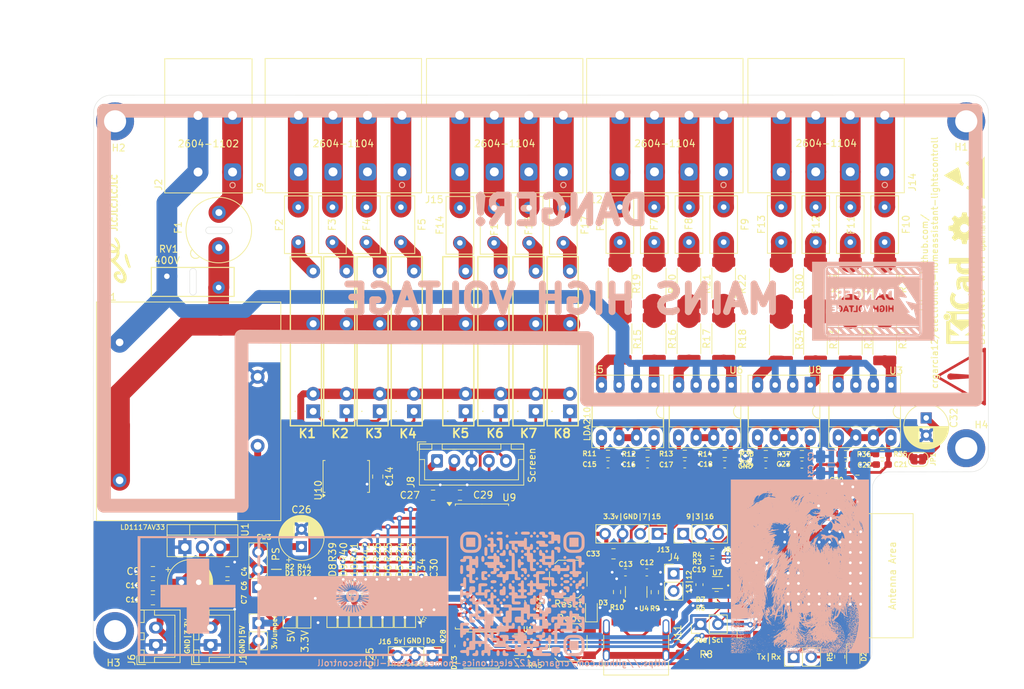
<source format=kicad_pcb>
(kicad_pcb (version 20240108) (generator "pcbnew") (generator_version "8.0")
  (title_block (title "Home Assistant module for lights control") (date "2024-05-28") (rev "20240528.23.8") (comment 1 "https://docs.rs-online.com/e49b/0900766b816e00ad.pdf") (comment 2 "https://media.distrelec.com/Web/Downloads/_t/ds/1862291_eng_tds.pdf") (comment 3 "case size: 62.8 (H) x 88.8 (W) x 138.8 (L)") (comment 4 "Board prepared for RS PRO Modular Enclosure for DIN rail 1862291"))
  (layers (0 "F.Cu" signal) (31 "B.Cu" signal) (34 "B.Paste" user) (35 "F.Paste" user) (36 "B.SilkS" user "B.Silkscreen") (37 "F.SilkS" user "F.Silkscreen") (38 "B.Mask" user) (39 "F.Mask" user) (44 "Edge.Cuts" user))
  (net 0 "")
  (net 1 "220VAC(L)")
  (net 2 "5V+")
  (net 3 "3.3V+")
  (net 4 "Net-(F1-Pad1)")
  (net 5 "Net-(F2-Pad1)")
  (net 6 "Net-(F3-Pad1)")
  (net 7 "Net-(F4-Pad1)")
  (net 8 "Net-(F5-Pad1)")
  (net 9 "Net-(J6-Pin_2)")
  (net 12 "220VAC(N)")
  (net 13 "EN")
  (net 14 "D+")
  (net 15 "D-")
  (net 16 "IO0")
  (net 17 "RXD0")
  (net 18 "TXD0")
  (net 19 "VBUS")
  (net 20 "GND")
  (net 21 "Net-(U9-GPA7)")
  (net 22 "Net-(F2-Pad2)")
  (net 23 "Net-(F3-Pad2)")
  (net 24 "Net-(F4-Pad2)")
  (net 25 "Net-(F7-Pad1)")
  (net 26 "Net-(R17-Pad1)")
  (net 27 "Net-(R17-Pad2)")
  (net 28 "Net-(R18-Pad1)")
  (net 29 "Net-(R18-Pad2)")
  (net 30 "SDA")
  (net 31 "SCL")
  (net 32 "Net-(F8-Pad1)")
  (net 33 "Net-(F9-Pad1)")
  (net 34 "Net-(U9-GPA6)")
  (net 35 "220VAC(N)-LowV")
  (net 36 "GPIO3")
  (net 37 "5V+_PS")
  (net 38 "Net-(F5-Pad2)")
  (net 39 "Net-(F6-Pad1)")
  (net 41 "Net-(U9-GPA5)")
  (net 42 "Net-(U9-GPA4)")
  (net 43 "Net-(U9-GPA1)")
  (net 44 "Net-(U9-GPA2)")
  (net 45 "Net-(U9-GPA3)")
  (net 46 "Net-(D1-A)")
  (net 47 "Net-(D2-A)")
  (net 48 "Net-(D3-A)")
  (net 49 "Net-(D4-A)")
  (net 50 "Net-(D5-A)")
  (net 51 "Net-(D6-A)")
  (net 52 "Net-(D7-A)")
  (net 53 "GPIO16")
  (net 54 "Net-(D8-A)")
  (net 55 "Net-(D9-A)")
  (net 56 "GPIO9")
  (net 57 "Net-(D10-A)")
  (net 58 "Net-(D11-A)")
  (net 59 "Net-(J11-CC1)")
  (net 60 "Net-(J11-D+-PadA6)")
  (net 61 "Net-(J11-D--PadA7)")
  (net 63 "/ESP-D+")
  (net 64 "/ESP-D-")
  (net 65 "GPIO12")
  (net 66 "LED-GPIO")
  (net 67 "Net-(J11-CC2)")
  (net 69 "Net-(R15-Pad2)")
  (net 70 "Net-(R15-Pad1)")
  (net 71 "Net-(R16-Pad2)")
  (net 72 "Net-(R16-Pad1)")
  (net 73 "Net-(J11-SHIELD)")
  (net 74 "Net-(U10-O1)")
  (net 75 "Net-(U10-O2)")
  (net 76 "Net-(U10-O3)")
  (net 77 "Net-(U10-O4)")
  (net 78 "Net-(U10-O5)")
  (net 79 "Net-(U10-O6)")
  (net 80 "Net-(U10-O7)")
  (net 81 "GPIO13")
  (net 82 "Net-(U10-O8)")
  (net 83 "Net-(U10-I8)")
  (net 84 "Net-(U10-I7)")
  (net 85 "Net-(U10-I6)")
  (net 86 "Net-(U10-I5)")
  (net 87 "Net-(U10-I1)")
  (net 88 "Net-(U10-I2)")
  (net 89 "Net-(F10-Pad1)")
  (net 90 "Net-(F10-Pad2)")
  (net 91 "Net-(F11-Pad1)")
  (net 92 "Net-(F11-Pad2)")
  (net 93 "Net-(F12-Pad1)")
  (net 94 "Net-(F12-Pad2)")
  (net 95 "Net-(F13-Pad1)")
  (net 96 "Net-(F13-Pad2)")
  (net 97 "Net-(F14-Pad1)")
  (net 98 "Net-(F14-Pad2)")
  (net 99 "Net-(F15-Pad1)")
  (net 100 "Net-(F15-Pad2)")
  (net 101 "Net-(F16-Pad1)")
  (net 102 "Net-(F16-Pad2)")
  (net 103 "Net-(F17-Pad1)")
  (net 104 "Net-(F17-Pad2)")
  (net 105 "Net-(U10-I3)")
  (net 106 "Net-(U10-I4)")
  (net 113 "Net-(R27-Pad2)")
  (net 114 "Net-(R28-Pad2)")
  (net 115 "Net-(R29-Pad2)")
  (net 116 "Net-(R30-Pad2)")
  (net 117 "Net-(R31-Pad2)")
  (net 118 "Net-(R32-Pad2)")
  (net 119 "Net-(R33-Pad2)")
  (net 120 "Net-(R34-Pad2)")
  (net 126 "RGBLED")
  (net 132 "Net-(U9-~{RESET})")
  (net 137 "GPIO7")
  (net 141 "Net-(F6-Pad2)")
  (net 142 "Net-(F7-Pad2)")
  (net 143 "Net-(F8-Pad2)")
  (net 144 "Net-(F9-Pad2)")
  (net 145 "Net-(U9-GPA0)")
  (net 146 "Net-(D12-A)")
  (net 147 "Net-(D13-DO)")
  (net 148 "Net-(D13-DIN)")
  (net 151 "GPIO15")
  (net 153 "Net-(JP1-B)")
  (footprint "Connector_PinHeader_2.54mm:PinHeader_1x02_P2.54mm_Vertical" (layer "F.Cu") (at 47.7525 108.7374)
    (property "Reference" "J7" (hide yes))
    (property "Value" "Conn_01x02_Pin" (hide yes))
  )
  (footprint "Resistor_SMD:R_2512_6332Metric_Pad1.40x3.35mm_HandSolder" (layer "F.Cu") (at 100.151 59.4615 -90)
    (property "Reference" "R19")
    (property "Value" "150kΩ1w" (hide yes))
  )
  (footprint "Resistor_SMD:R_2512_6332Metric_Pad1.40x3.35mm_HandSolder" (layer "F.Cu") (at 105.104 59.4615 -90)
    (property "Reference" "R20")
    (property "Value" "150kΩ1w" (hide yes))
  )
  (footprint "Varistor:RV_Disc_D12mm_W4.2mm_P7.5mm" (layer "F.Cu") (at 34.5024 58.46307)
    (property "Reference" "RV1" (hide yes))
    (property "Value" "400V")
  )
  (footprint "Resistor_SMD:R_2512_6332Metric_Pad1.40x3.35mm_HandSolder" (layer "F.Cu") (at 105.104 67.5133 -90)
    (property "Reference" "R16")
    (property "Value" "150kΩ1w" (hide yes))
  )
  (footprint "Resistor_SMD:R_2512_6332Metric_Pad1.40x3.35mm_HandSolder" (layer "F.Cu") (at 100.151 67.5133 -90)
    (property "Reference" "R15")
    (property "Value" "150kΩ1w" (hide yes))
  )
  (footprint "LED_SMD:LED_0805_2012Metric_Pad1.15x1.40mm_HandSolder" (layer "F.Cu") (at 52.3 107.575 90)
    (property "Reference" "D1")
    (property "Value" "5V")
  )
  (footprint "Resistor_SMD:R_0805_2012Metric_Pad1.20x1.40mm_HandSolder" (layer "F.Cu") (at 52.3 103.8 90)
    (property "Reference" "R2")
    (property "Value" "100Ω" (hide yes))
  )
  (footprint "Connector_JST:JST_XH_B2B-XH-A_1x02_P2.50mm_Vertical" (layer "F.Cu") (at 40.8393 111.8997 90)
    (property "Reference" "J1")
    (property "Value" "GND|5V")
  )
  (footprint "icons:che" (layer "F.Cu") (at 26.924 56.1594 90)
    (property "Reference" "G1" (hide yes))
    (property "Value" "LOGO" (hide yes))
  )
  (footprint "Capacitor_SMD:C_0805_2012Metric_Pad1.18x1.45mm_HandSolder" (layer "F.Cu") (at 32.4827 101.2698 180)
    (property "Reference" "C9")
    (property "Value" "100nF")
  )
  (footprint "Capacitor_SMD:C_0805_2012Metric_Pad1.18x1.45mm_HandSolder" (layer "F.Cu") (at 43.2777 105.3592)
    (property "Reference" "C7")
    (property "Value" "NC")
  )
  (footprint "rac05-05sk:277" (layer "F.Cu") (at 37.656 78.0466)
    (property "Reference" "PS1")
    (property "Value" "RAC05-05SK/277")
  )
  (footprint "Package_TO_SOT_THT:TO-220-3_Vertical" (layer "F.Cu") (at 37.1187 97.7392)
    (property "Reference" "U1")
    (property "Value" "LD1117AV33")
  )
  (footprint "wago-2604-1104:big_pads_2604-1104" (layer "F.Cu") (at 68.5678 43.3324 180)
    (property "Reference" "J9")
    (property "Value" "2604-1104")
  )
  (footprint "wago-2604-1102:big_pads_2604-1102" (layer "F.Cu") (at 44.02 43.355999 180)
    (property "Reference" "J2")
    (property "Value" "2604-1102")
  )
  (footprint "wago-2604-1104:big_pads_2604-1104" (layer "F.Cu") (at 115.14 43.328199 180)
    (property "Reference" "J12")
    (property "Value" "2604-1104")
  )
  (footprint "Fuse:Fuseholder_TR5_Littelfuse_No560_No460" (layer "F.Cu") (at 42.037 49.2252 -90)
    (property "Reference" "F1")
    (property "Value" "250V500mA")
  )
  (footprint "MountingHole:MountingHole_3.2mm_M3_ISO14580_Pad" (layer "F.Cu") (at 27 36)
    (property "Reference" "H2")
    (property "Value" "MountingHole_Pad")
  )
  (footprint "MountingHole:MountingHole_3.2mm_M3_ISO14580_Pad" (layer "F.Cu") (at 150.3 36)
    (property "Reference" "H1")
    (property "Value" "MountingHole_Pad" (hide yes))
  )
  (footprint "Package_DIP:DIP-8_W7.62mm_Socket_LongPads" (layer "F.Cu") (at 139.389178 74.236118 -90)
    (property "Reference" "U3")
    (property "Value" "LDA210-PDIP")
  )
  (footprint "Resistor_SMD:R_2512_6332Metric_Pad1.40x3.35mm_HandSolder" (layer "F.Cu") (at 115.1624 67.5133 -90)
    (property "Reference" "R18")
    (property "Value" "150kΩ1w" (hide yes))
  )
  (footprint "Resistor_SMD:R_2512_6332Metric_Pad1.40x3.35mm_HandSolder" (layer "F.Cu") (at 110.1332 59.4615 -90)
    (property "Reference" "R21")
    (property "Value" "150kΩ1w" (hide yes))
  )
  (footprint "Resistor_SMD:R_2512_6332Metric_Pad1.40x3.35mm_HandSolder" (layer "F.Cu") (at 115.1624 59.4615 -90)
    (property "Reference" "R22")
    (property "Value" "150kΩ1w" (hide yes))
  )
  (footprint "Package_DIP:DIP-8_W7.62mm_Socket_LongPads" (layer "F.Cu") (at 105.0813 74.2396 -90)
    (property "Reference" "U5")
    (property "Value" "LDA210-PDIP")
  )
  (footprint "Package_DIP:DIP-8_W7.62mm_Socket_LongPads" (layer "F.Cu") (at 116.2573 74.2396 -90)
    (property "Reference" "U6")
    (property "Value" "LDA210-PDIP" (hide yes))
  )
  (footprint "Resistor_SMD:R_2512_6332Metric_Pad1.40x3.35mm_HandSolder" (layer "F.Cu") (at 110.1332 67.5133 -90)
    (property "Reference" "R17")
    (property "Value" "150kΩ1w" (hide yes))
  )
  (footprint "Resistor_SMD:R_0603_1608Metric_Pad0.98x0.95mm_HandSolder" (layer "F.Cu") (at 131.376902 89.787199)
    (property "Reference" "R1")
    (property "Value" "10kΩ" (hide yes))
  )
  (footprint "Capacitor_SMD:C_0603_1608Metric_Pad1.08x0.95mm_HandSolder" (layer "F.Cu") (at 131.364402 91.311199 180)
    (property "Reference" "C1")
    (property "Value" "100nF" (hide yes))
  )
  (footprint "Connector_JST:JST_XH_B2B-XH-A_1x02_P2.50mm_Vertical" (layer "F.Cu") (at 32.9145 111.8997 90)
    (property "Reference" "J6")
    (property "Value" "GND|3.3V")
  )
  (footprint "hamodule_SW_SPST_SKQG_WithStem:SW_SPST_SKQG_WithStem" (layer "F.Cu") (at 92.647 102.35)
    (property "Reference" "SW1" (hide yes))
    (property "Value" "Reset")
  )
  (footprint "hamodule_SW_SPST_SKQG_WithStem:SW_SPST_SKQG_WithStem" (layer "F.Cu") (at 92.6458 111.5526)
    (property "Reference" "SW2" (hide yes))
    (property "Value" "Boot")
  )
  (footprint "Connector_PinHeader_2.54mm:PinHeader_1x02_P2.54mm_Vertical" (layer "F.Cu") (at 125.305402 113.659699 90)
    (property "Reference" "J10" (hide yes))
    (property "Value" "Tx|Rx")
  )
  (footprint "Capacitor_SMD:C_0603_1608Metric_Pad1.08x0.95mm_HandSolder" (layer "F.Cu") (at 134.719402 91.311199)
    (property "Reference" "C5")
    (property "Value" "100nF" (hide yes))
  )
  (footprint "Capacitor_SMD:C_0603_1608Metric_Pad1.08x0.95mm_HandSolder" (layer "F.Cu") (at 111.655402 103.169699 -90)
    (property "Reference" "C19")
    (property "Value" "100nF" (hide yes))
  )
  (footprint "Capacitor_SMD:C_0603_1608Metric" (layer "F.Cu") (at 100.935402 101.389699 180)
    (property "Reference" "C13")
    (property "Value" "20p" (hide yes))
  )
  (footprint "LED_SMD:LED_0805_2012Metric_Pad1.15x1.40mm_HandSolder" (layer "F.Cu") (at 54.4 107.6 90)
    (property "Reference" "D12")
    (property "Value" "3.3V")
  )
  (footprint "Package_SO:SSOP-18_4.4x6.5mm_P0.65mm" (layer "F.Cu") (at 60.4888 87.4776 90)
    (property "Reference" "U10")
    (property "Value" "ULN2803A")
  )
  (footprint "Capacitor_THT:CP_Radial_D6.3mm_P2.50mm" (layer "F.Cu") (at 144.5 79 -90)
    (property "Reference" "C32")
    (property "Value" "10uF")
  )
  (footprint "Connector_PinHeader_2.54mm:PinHeader_1x04_P2.54mm_Vertical" (layer "F.Cu") (at 105.6 95.8 -90)
    (property "Reference" "J13")
    (property "Value" "3.3v|GND|7|15")
  )
  (footprint "Resistor_SMD:R_0603_1608Metric_Pad0.98x0.95mm_HandSolder" (layer "F.Cu") (at 60.047496 104.590404 90)
    (property "Reference" "R40")
    (property "Value" "100Ω")
  )
  (footprint "wago-2604-1104:big_pads_2604-1104" (layer "F.Cu") (at 138.497702 43.328199 180)
    (property "Reference" "J14")
    (property "Value" "2604-1104")
  )
  (footprint "wago-2604-1104:big_pads_2604-1104" (layer "F.Cu") (at 91.9358 43.3324 180)
    (property "Reference" "J15")
    (property "Value" "2604-1104")
  )
  (footprint "Resistor_SMD:R_0603_1608Metric_Pad0.98x0.95mm_HandSolder" (layer "F.Cu") (at 58.421896 104.588504 90)
    (property "Reference" "R39")
    (property "Value" "100Ω")
  )
  (footprint "Resistor_SMD:R_2512_6332Metric_Pad1.40x3.35mm_HandSolder" (layer "F.Cu") (at 128.4592 67.6178 -90)
    (property "Reference" "R33")
    (property "Value" "150kΩ1w")
  )
  (footprint "Capacitor_SMD:C_0603_1608Metric_Pad1.08x0.95mm_HandSolder" (layer "F.Cu") (at 121.262502 85.761299)
    (property "Reference" "C24")
    (property "Value" "22uF")
  )
  (footprint "Symbol:ESD-Logo_6.6x6mm_SilkScreen" (layer "F.Cu") (at 150 44 90)
    (property "Reference" "G8" (hide yes))
    (property "Value" "ESD-Logo_6.6x6mm_SilkScreen" (hide yes))
  )
  (footprint "Resistor_SMD:R_2512_6332Metric_Pad1.40x3.35mm_HandSolder" (layer "F.Cu") (at 128.4592 59.4858 -90)
    (property "Reference" "R29")
    (property "Value" "150kΩ1w")
  )
  (footprint "LED_SMD:LED_0603_1608Metric" (layer "F.Cu") (at 58.421896 107.890604 90)
    (property "Reference" "D8")
    (property "Value" "LED")
  )
  (footprint "Capacitor_SMD:C_0603_1608Metric_Pad1.08x0.95mm_HandSolder" (layer "F.Cu") (at 132.894602 85.761299)
    (property "Reference" "C22")
    (property "Value" "22uF")
  )
  (footprint "RST-80-AMMO:FUSE_RST-1-BULK" (layer "F.Cu") (at 81.9028 51.0794 90)
    (property "Reference" "F15")
    (property "Value" "Fuse")
  )
  (footprint "Resistor_SMD:R_0805_2012Metric_Pad1.20x1.40mm_HandSolder" (layer "F.Cu") (at 54.4 103.8 90)
    (property "Reference" "R44")
    (property "Value" "100Ω")
  )
  (footprint "Resistor_SMD:R_0603_1608Metric_Pad0.98x0.95mm_HandSolder" (layer "F.Cu") (at 109.527126 84.21248)
    (property "Reference" "R13")
    (property "Value" "10kΩ" (hide yes))
  )
  (footprint "AQG12205:AQG12205" (layer "F.Cu") (at 77.7748 78.0439 90)
    (property "Reference" "K5")
    (property "Value" "AQG22205" (hide yes))
  )
  (footprint "Connector_PinHeader_2.54mm:PinHeader_1x03_P2.54mm_Vertical" (layer "F.Cu") (at 109.3 95.8 90)
    (property "Reference" "J5")
    (property "Value" "9|3|16")
  )
  (footprint "RST-80-AMMO:FUSE_RST-1-BULK" (layer "F.Cu") (at 105.104 50.9759 90)
    (property "Reference" "F7")
    (property "Value" "Fuse")
  )
  (footprint "Resistor_SMD:R_0603_1608Metric_Pad0.98x0.95mm_HandSolder" (layer "F.Cu") (at 66.549896 104.588504 90)
    (property "Reference" "R25")
    (property "Value" "100Ω" (hide yes))
  )
  (footprint "Resistor_SMD:R_0603_1608Metric_Pad0.98x0.95mm_HandSolder" (layer "F.Cu") (at 64.924296 104.590404 90)
    (property "Reference" "R26")
    (property "Value" "100Ω")
  )
  (footprint "Resistor_SMD:R_2512_6332Metric_Pad1.40x3.35mm_HandSolder" (layer "F.Cu") (at 123.5202 67.6656 -90)
    (property "Reference" "R34")
    (property "Value" "150kΩ1w")
  )
  (footprint "Resistor_SMD:R_0603_1608Metric_Pad0.98x0.95mm_HandSolder" (layer "F.Cu") (at 98.400026 84.21248)
    (property "Reference" "R11")
    (property "Value" "10kΩ" (hide yes))
  )
  (footprint "Package_TO_SOT_SMD:SOT-23-5" (layer "F.Cu") (at 85.6289 111.8768 180)
    (property "Reference" "U12")
    (property "Value" "SN74LV1T34DBV")
  )
  (footprint "Resistor_SMD:R_0603_1608Metric" (layer "F.Cu") (at 113.505402 98.479699 180)
    (property "Reference" "R4")
    (property "Value" "22Ω" (hide yes))
  )
  (footprint "Capacitor_THT:CP_Radial_D6.3mm_P2.50mm" (layer "F.Cu") (at 54.0004 97.6484 90)
    (property "Reference" "C26")
    (property "Value" "10uF")
  )
  (footprint "Resistor_SMD:R_0603_1608Metric_Pad0.98x0.95mm_HandSolder" (layer "F.Cu") (at 138.126202 84.237299)
    (property "Reference" "R35")
    (property "Value" "10kΩ")
  )
  (footprint "Symbol:Symbol_Attention_Triangle_8x7mm_Copper" (layer "F.Cu") (at 149.5 73 90)
    (property "Reference" "G9" (hide yes))
    (property "Value" "Symbol_Attention_Triangle_8x7mm_Copper" (hide yes))
  )
  (footprint "Resistor_SMD:R_2512_6332Metric_Pad1.40x3.35mm_HandSolder" (layer "F.Cu") (at 123.5202 59.5356 -90)
    (property "Reference" "R30")
    (property "Value" "150kΩ1w")
  )
  (footprint "Resistor_SMD:R_0603_1608Metric" (layer "F.Cu") (at 113.505402 99.954699 180)
    (property "Reference" "R3")
    (property "Value" "22Ω" (hide yes))
  )
  (footprint "Espressif:ESP32-S3-WROOM-2" (layer "F.Cu") (at 126.855402 101.869699 -90)
    (property "Reference" "U2")
    (property "Value" "ESP32-S3-WROOM-2" (hide yes))
  )
  (footprint "Resistor_SMD:R_2512_6332Metric_Pad1.40x3.35mm_HandSolder" (layer "F.Cu") (at 138.4922 59.4858 -90)
    (property "Reference" "R27")
    (property "Value" "150kΩ1w")
  )
  (footprint "LED_SMD:LED_0603_1608Metric" (layer "F.Cu") (at 66.549896 107.890504 90)
    (property "Reference" "D6")
    (property "Value" "LED" (hide yes))
  )
  (footprint "AQG12205:AQG12205" (layer "F.Cu") (at 82.8548 78.0439 90)
    (property "Reference" "K6")
    (property "Value" "AQG22205" (hide yes))
  )
  (footprint "Symbol:KiCad-Logo2_5mm_SilkScreen" (layer "F.Cu") (at 150 62 90)
    (property "Reference" "G6" (hide yes))
    (property "Value" "KiCad-Logo2_5mm_SilkScreen" (hide yes))
  )
  (footprint "Resistor_SMD:R_0603_1608Metric_Pad0.98x0.95mm_HandSolder" (layer "F.Cu") (at 85.2143 114.4168)
    (property "Reference" "R45")
    (property "Value" "10kΩ")
  )
  (footprint "RST-80-AMMO:FUSE_RST-1-BULK" (layer "F.Cu") (at 115.1624 50.9759 90)
    (property "Reference" "F9")
    (property "Value" "Fuse")
  )
  (footprint "Connector_PinHeader_2.54mm:PinHeader_1x02_P2.54mm_Vertical" (layer "F.Cu") (at 107.915402 101.544699)
    (property "Reference" "J4")
    (property "Value" "13|12")
  )
  (footprint "RST-80-AMMO:FUSE_RST-1-BULK" (layer "F.Cu") (at 133.5024 50.9778 90)
    (property "Reference" "F11")
    (property "Value" "Fuse")
  )
  (footprint "Capacitor_SMD:C_0603_1608Metric_Pad1.08x0.95mm_HandSolder" (layer "F.Cu") (at 75.7152 112.0652 90)
    (property "Reference" "C28")
    (property "Value" "100nF")
  )
  (footprint "Resistor_SMD:R_0603_1608Metric" (layer "F.Cu") (at 86.8934 105.675 90)
    (property "Reference" "R43")
    (property "Value" "22Ω")
  )
  (footprint "Connector_PinHeader_2.54mm:PinHeader_1x02_P2.54mm_Vertical" (layer "F.Cu") (at 111.8058 108.8898 90)
    (property "Reference" "J3" (hide yes))
    (property "Value" "Sda|Scl")
  )
  (footprint "Resistor_SMD:R_0603_1608Metric_Pad0.98x0.95mm_HandSolder" (layer "F.Cu") (at 126.494902 84.237299)
    (property "Reference" "R37")
    (property "Value" "10kΩ")
  )
  (footprint "TestPoint:TestPoint_THTPad_1.0x1.0mm_Drill0.5mm" (layer "F.Cu") (at 118.3 84.5)
    (property "Reference" "TP1" (hide yes))
    (property "Value" "GND")
  )
  (footprint "LED_SMD:LED_0805_2012Metric_Pad1.15x1.40mm_HandSolder" (layer "F.Cu") (at 133.9342 113.6142 -90)
    (property "Reference" "D2")
    (property "Value" "LED")
  )
  (footprint "Symbol:OSHW-Logo2_7.3x6mm_SilkScreen" (layer "F.Cu") (at 150.5 51.5 90)
    (property "Reference" "G7" (hide yes))
    (property "Value" "OSHW-Logo2_7.3x6mm_SilkScreen" (hide yes))
  )
  (footprint "Capacitor_SMD:C_0805_2012Metric_Pad1.18x1.45mm_HandSolder" (layer "F.Cu") (at 73.0625 90.2)
    (property "Reference" "C27")
    (property "Value" "100nF")
  )
  (footprint "Capacitor_SMD:C_0603_1608Metric_Pad1.08x0.95mm_HandSolder" (layer "F.Cu") (at 71.4 104.125 -90)
    (property "Reference" "C34")
    (property "Value" "22uF")
  )
  (footprint "Diode_SMD:D_SOD-323" (layer "F.Cu") (at 96 106.95 90)
    (property "Reference" "D3")
    (property "Value" "BAT60A" (hide yes))
  )
  (footprint "RST-80-AMMO:FUSE_RST-1-BULK" (layer "F.Cu") (at 128.4978 50.9778 90)
    (property "Reference" "F12")
    (property "Value" "Fuse")
  )
  (footprint "RST-80-AMMO:FUSE_RST-1-BULK" (layer "F.Cu") (at 68.4083 50.9929 90)
    (property "Reference" "F5")
    (property "Value" "Fuse")
  )
  (footprint "Package_DIP:DIP-8_W7.62mm_Socket_LongPads" (layer "F.Cu") (at 127.705178 74.236118 -90)
    (property "Reference" "U8")
    (property "Value" "LDA210-PDIP")
  )
  (footprint "Resistor_SMD:R_2512_6332Metric_Pad1.40x3.35mm_HandSolder" (layer "F.Cu") (at 133.5138 59.4858 -90)
    (property "Reference" "R28")
    (property "Value" "150kΩ1w")
  )
  (footprint "Capacitor_SMD:C_0603_1608Metric_Pad1.08x0.95mm_HandSolder" (layer "F.Cu") (at 138.126202 85.761299 180)
    (property "Reference" "C21")
    (property "Value" "22uF")
  )
  (footprint "Capacitor_SMD:C_0805_2012Metric_Pad1.18x1.45mm_HandSolder" (layer "F.Cu") (at 32.4827 103.3272 180)
    (property "Reference" "C10")
    (property "Value" "NC")
  )
  (footprint "Connector_PinHeader_2.54mm:PinHeader_1x03_P2.54mm_Vertical" (layer "F.Cu") (at 72.9928 113.5017 -90)
    (property "Reference" "J16")
    (property "Value" "5v|GND|Do")
  )
  (footprint "RST-80-AMMO:FUSE_RST-1-BULK" (layer "F.Cu") (at 76.9498 51.0794 90)
    (property "Reference" "F14")
    (property "Value" "Fuse")
  )
  (footprint "usb-c:USB_C_Receptacle_HRO_TYPE-C-31-M-12" (layer "F.Cu") (at 102.481402 112.375599)
    (property "Reference" "J11")
    (property "Value" "USB_C_Receptacle_USB2.0")
  )
  (footprint "Resistor_SMD:R_0603_1608Metric_Pad0.98x0.95mm_HandSolder" (layer "F.Cu") (at 115.318326 84.21248)
    (property "Reference" "R14")
    (property "Value" "10kΩ" (hide yes))
  )
  (footprint "Connector_JST:JST_XH_B5B-XH-A_1x05_P2.50mm_Vertical" (layer "F.Cu") (at 73.6384 85.2254)
    (property "Reference" "J8")
    (property "Value" "Screen")
  )
  (footprint "Resistor_SMD:R_0603_1608Metric_Pad0.98x0.95mm_HandSolder" (layer "F.Cu") (at 61.673096 104.590404 90)
    (property "Reference" "R41")
    (property "Value" "100Ω")
  )
  (footprint "Connector_PinHeader_2.54mm:PinHeader_1x03_P2.54mm_Vertical" (layer "F.Cu") (at 47.7232 103.5304 180)
    (property "Reference" "SW3")
    (property "Value" "USB | PS")
  )
  (footprint "Capacitor_SMD:C_0603_1608Metric_Pad1.08x0.95mm_HandSolder" (layer "F.Cu") (at 109.524126 85.73648)
    (property "Reference" "C17")
    (property "Value" "22uF")
  )
  (footprint "LED_SMD:LED_0603_1608Metric" (layer "F.Cu") (at 69.801096 107.890504 90)
    (property "Reference" "D4")
    (property "Value" "LED" (hide yes))
  )
  (footprint "Package_SO:SOIC-28W_7.5x17.9mm_P1.27mm" (layer "F.Cu") (at 80.1484 100.5332)
    (property "Reference" "U9")
    (property "Value" "MCP23017_SO")
  )
  (footprint "Capacitor_SMD:C_0603_1608Metric_Pad1.08x0.95mm_HandSolder" (layer "F.Cu") (at 104.1411 85.73648)
    (property "Reference" "C16")
    (property "Value" "22uF")
  )
  (footprint "Capacitor_SMD:C_0805_2012Metric_Pad1.18x1.45mm_HandSolder" (layer "F.Cu") (at 43.2855 101.2952)
    (property "Reference" "C4")
    (property "Value" "100nF")
  )
  (footprint "RST-80-AMMO:FUSE_RST-1-BULK" (layer "F.Cu") (at 138.4808 50.9778 90)
    (property "Reference" "F10")
    (property "Value" "Fuse")
  )
  (footprint "RST-80-AMMO:FUSE_RST-1-BULK" (layer "F.Cu") (at 110.1332 50.9759 90)
    (property "Reference" "F8")
    (property "Value" "Fuse")
  )
  (footprint "Resistor_SMD:R_0603_1608Metric_Pad0.98x0.95mm_HandSolder" (layer "F.Cu") (at 121.262502 84.237299)
    (property "Reference" "R38")
    (property "Value" "10kΩ")
  )
  (footprint "LED_SMD:LED_0603_1608Metric" (layer "F.Cu") (at 60.047496 107.890504 90)
    (property "Reference" "D9")
    (property "Value" "LED")
  )
  (footprint "icons:led_6000dpi" (layer "F.Cu") (at 71.5 108.1 -90)
    (property "Reference" "G4" (hide yes))
    (property "Value" "LOGO" (hide yes))
  )
  (footprint "Capacitor_SMD:C_0603_1608Metric_Pad1.08x0.95mm_HandSolder" (layer "F.Cu") (at 65.3034 113.7158 -90)
    (property "Reference" "C25")
    (property "Value" "100nF")
  )
  (footprint "RST-80-AMMO:FUSE_RST-1-BULK" (layer "F.Cu") (at 86.9828 51.0794 90)
    (property "Reference" "F16")
    (property "Value" "Fuse")
  )
  (footprint "Capacitor_SMD:C_0805_2012Metric_Pad1.18x1.45mm_HandSolder" (layer "F.Cu") (at 99.2 98.7)
    (property "Reference" "C33")
    (property "Value" "100nF")
  )
  (footprint "Resistor_SMD:R_0603_1608Metric_Pad0.98x0.95mm_HandSolder" (layer "F.Cu") (at 69.801096 104.588504 90)
    (property "Reference" "R23")
    (property "Value" "100Ω" (hide yes))
  )
  (footprint "Capacitor_SMD:C_0603_1608Metric_Pad1.08x0.95mm_HandSolder" (layer "F.Cu") (at 126.494902 85.761299)
    (property "Reference" "C23")
    (property "Value" "22uF")
  )
  (footprint "Capacitor_SMD:C_0805_2012Metric_Pad1.18x1.45mm_HandSolder" (layer "F.Cu") (at 76.9625 90.2)
    (property "Reference" "C29")
    (property "Value" "100nF")
  )
  (footprint "Capacitor_SMD:C_0603_1608Metric_Pad1.08x0.95mm_HandSolder" (layer "F.Cu") (at 115.315326 85.73648 180)
    (property "Reference" "C18")
    (property "Value" "22uF")
  )
  (footprint "Capacitor_SMD:C_0805_2012Metric_Pad1.18x1.45mm_HandSolder" (layer "F.Cu") (at 65.0494 87.503 -90)
    (property "Reference" "C14")
    (property "Value" "100nF")
  )
  (footprint "Resistor_SMD:R_0603_1608Metric_Pad0.98x0.95mm_HandSolder" (layer "F.Cu") (at 105.185402 104.259699 90)
    (property "Reference" "R9")
    (property "Value" "5.1kΩ")
  )
  (footprint "Resistor_SMD:R_0603_1608Metric_Pad0.98x0.95mm_HandSolder" (layer "F.Cu") (at 68.175496 104.588504 90)
    (property "Reference" "R24")
    (property "Value" "100Ω" (hide yes))
  )
  (footprint "AQG12205:AQG12205" (layer "F.Cu") (at 55.6943 78.0439 90)
    (property "Reference" "K1")
    (property "Value" "AQG22205" (hide yes))
  )
  (footprint "AQG12205:AQG12205" (layer "F.Cu") (at 60.5203 78.0439 90)
    (property "Reference" "K2")
    (property "Value" "AQG22205" (hide yes))
  )
  (footprint "RST-80-AMMO:FUSE_RST-1-BULK" (layer "F.Cu") (at 58.4883 50.9929 90)
    (property "Reference" "F3")
    (property "Value" "Fuse")
  )
  (footprint "AQG12205:AQG12205" (layer "F.Cu") (at 70.2993 78.0439 90)
    (property "Reference" "K4")
    (property "Value" "AQG22205" (hide yes))
  )
  (footprint "AQG12205:AQG12205" (layer "F.Cu") (at 87.9348 78.0439 90)
    (property "Reference" "K7")
    (property "Value" "AQG22205" (hide yes))
  )
  (footprint "AQG12205:AQG12205" (layer "F.Cu") (at 92.8878 78.0439 90)
    (property "Reference" "K8")
    (property "Value" "AQG22205" (hide yes))
  )
  (footprint "Resistor_SMD:R_0805_2012Metric_Pad1.20x1.40mm_HandSolder" (layer "F.Cu") (at 109.8202 113.284)
    (property "Reference" "R8")
    (property "Value" "150kΩ")
  )
  (footprint "sht40:XDCR_SHT40-AD1B-R2" (layer "F.Cu") (at 114.265402 102.863299 180)
    (property "Reference" "U7")
    (property "Value" "SHT4x")
  )
  (footprint "LED_SMD:LED_0603_1608Metric" (layer "F.Cu") (at 63.298696 107.890504 90)
    (property "Reference" "D11")
    (property "Value" "LED")
  )
  (footprint "Package_TO_SOT_SMD:SOT-23-6" (layer "F.Cu") (at 102.485402 104.229699 90)
    (property "Reference" "U4")
    (property "Value" "USBLC6-2SC6" (hide yes))
  )
  (footprint "AQG12205:AQG12205" (layer "F.Cu") (at 65.3463 78.0439 90)
    (property "Reference" "K3")
    (property "Value" "AQG22205" (hide yes))
  )
  (footprint "Capacitor_SMD:C_0603_1608Metric" (layer "F.Cu") (at 104.025402 101.389699)
    (property "Reference" "C12")
    (property "Value" "20p" (hide yes))
  )
  (footprint "MountingHole:MountingHole_3.2mm_M3_ISO14580_Pad" (layer "F.Cu") (at 150.3 83.3882)
    (property "Reference" "H4")
    (property "Value" "MountingHole_Pad" (hide yes))
  )
  (footprint "Resistor_SMD:R_0603_1608Metric_Pad0.98x0.95mm_HandSolder" (layer "F.Cu") (at 114.147002 104.6734)
    (property "Reference" "R7")
    (property "Value" "10kΩ" (hide yes))
  )
  (footprint "Capacitor_SMD:C_0805_2012Metric_Pad1.18x1.45mm_HandSolder" (layer "F.Cu") (at 32.4827 105.3592 180)
    (property "Reference" "C11")
    (property "Value" "NC")
  )
  (footprint "LED_SMD:LED_0603_1608Metric" (layer "F.Cu") (at 61.673096 107.890504 90)
    (property "Reference" "D10")
    (property "Value" "LED")
  )
  (footprint "Resistor_SMD:R_2512_6332Metric_Pad1.40x3.35mm_HandSolder" (layer "F.Cu") (at 133.5138 67.6138 -90)
    (property "Reference" "R32")
    (property "Value" "150kΩ1w")
  )
  (footprint "Capacitor_THT:CP_Radial_D6.3mm_P2.50mm" (layer "F.Cu") (at 36.6107 102.8192)
    (property "Reference" "C8")
    (property "Value" "10uF" (hide yes))
  )
  (footprint "RST-80-AMMO:FUSE_RST-1-BULK" (layer "F.Cu") (at 123.4978 50.9484 90)
    (property "Reference" "F13")
    (property "Value" "Fuse")
  )
  (footprint "RST-80-AMMO:FUSE_RST-1-BULK" (layer "F.Cu") (at 100.1256 50.9759 90)
    (property "Reference" "F6")
    (property "Value" "Fuse")
  )
  (footprint "LED_SMD:LED_0603_1608Metric" (layer "F.Cu") (at 64.924296 107.890504 90)
    (property "Reference" "D7")
    (property "Value" "LED")
  )
  (footprint "Jumper:SolderJumper-2_P1.3mm_Bridged2Bar_RoundedPad1.0x1.5mm" (layer "F.Cu") (at 143.35 85)
    (property "Reference" "JP1")
    (property "Value" "Jump_Open")
  )
  (footprint "Resistor_SMD:R_2512_6332Metric_Pad1.40x3.35mm_HandSolder" (layer "F.Cu") (at 138.4922 67.6138 -90)
    (property "Reference" "R31")
    (property "Value" "150kΩ1w")
  )
  (footprint "Capacitor_SMD:C_0603_1608Metric_Pad1.08x0.95mm_HandSolder" (layer "F.Cu") (at 134.738502 89.787199)
    (property "Reference" "C3")
    (property "Value" "22uF" (hide yes))
  )
  (footprint "Capacitor_SMD:C_0805_2012Metric_Pad1.18x1.45mm_HandSolder" (layer "F.Cu") (at 43.2777 103.3272)
    (property "Reference" "C6")
    (property "Value" "NC")
  )
  (footprint "RST-80-AMMO:FUSE_RST-1-BULK" (layer "F.Cu") (at 91.9358 51.0794 90)
    (property "Reference" "F17")
    (property "Value" "Fuse")
  )
  (footprint "Resistor_SMD:R_0603_1608Metric_Pad0.98x0.95mm_HandSolder" (layer "F.Cu") (at 63.298696 104.590404 90)
    (property "Reference" "R42")
    (property "Value" "100Ω")
  )
  (footprint "LED_SMD:LED_Inolux_IN-PI554FCH_PLCC4_5.0x5.0mm_P3.2mm" (layer "F.Cu") (at 79.9916 112.6492 180)
    (property "Reference" "D13")
    (property "Value" "Inolux_IN-PI554FCH")
  )
  (footprint "Resistor_SMD:R_0603_1608Metric_Pad0.98x0.95mm_HandSolder" (layer "F.Cu") (at 104.140426 84.201)
    (property "Reference" "R12")
    (property "Value" "10kΩ" (hide yes))
  )
  (footprint "Resistor_SMD:R_0603_1608Metric_Pad0.98x0.95mm_HandSolder" (layer "F.Cu") (at 114.147002 106.1974)
    (property "Reference" "R6")
    (property "Value" "10kΩ" (hide yes))
  )
  (footprint "RST-80-AMMO:FUSE_RST-1-BULK" (layer "F.Cu") (at 53.5353 50.9929 90)
    (property "Reference" "F2")
    (property "Value" "Fuse")
  )
  (footprint "Resistor_SMD:R_0805_2012Metric_Pad1.20x1.40mm_HandSolder" (layer "F.Cu") (at 131.9784 113.6142 90)
    (property "Reference" "R5")
    (property "Value" "100Ω")
  )
  (footprint "Resistor_SMD:R_0603_1608Metric_Pad0.98x0.95mm_HandSolder" (layer "F.Cu") (at 99.715402 104.239699 90)
    (property "Reference" "R10")
    (property "Value" "5.1kΩ" (hide yes))
  )
  (footprint "MountingHole:MountingHole_3.2mm_M3_ISO14580_Pad" (layer "F.Cu") (at 27 109.9)
    (property "Reference" "H3")
    (property "Value" "MountingHole_Pad")
  )
  (footprint "Capacitor_SMD:C_0603_1608Metric_Pad1.08x0.95mm_HandSolder" (layer "F.Cu") (at 98.398926 85.73648)
    (property "Reference" "C15")
    (property "Value" "22uF")
  )
  (footprint "RST-80-AMMO:FUSE_RST-1-BULK" (layer "F.Cu") (at 63.4083 50.9929 90)
    (property "Reference" "F4")
    (property "Value" "Fuse")
  )
  (footprint "Capacitor_SMD:C_0805_2012Metric_Pad1.18x1.45mm_HandSolder" (layer "F.Cu") (at 134.535802 88.019699)
    (property "Reference" "C20")
    (property "Value" "NC" (hide yes))
  )
  (footprint "Capacitor_SMD:C_0805_2012Metric_Pad1.18x1.45mm_HandSolder" (layer "F.Cu") (at 73.2 104.3625 -90)
    (property "Reference" "C30")
    (property "Value" "100nF")
  )
  (footprint "LED_SMD:LED_0603_1608Metric" (layer "F.Cu") (at 68.175496 107.890504 90)
    (property "Reference" "D5")
    (property "Value" "LED" (hide yes))
  )
  (footprint "Resistor_SMD:R_0603_1608Metric_Pad0.98x0.95mm_HandSolder" (layer "F.Cu") (at 132.893802 84.237299)
    (property "Reference" "R36")
    (property "Value" "10kΩ")
  )
  (footprint "icons:danger1_negative" (layer "B.Cu") (at 136.8552 62.0776 180)
    (property "Reference" "G5" (hide yes))
    (property "Value" "LOGO" (hide yes))
  )
  (footprint "Capacitor_SMD:C_1206_3216Metric_Pad1.33x1.80mm_HandSolder" (layer "B.Cu") (at 130.7625 84.6 180)
    (property "Reference" "C2")
    (property "Value" "NC")
  )
  (footprint "icons:flags" (layer "B.Cu") (at 52.7812 104.8258 180)
    (property "Reference" "G2" (hide yes))
    (property "Value" "LOGO" (hide yes))
  )
  (footprint "icons:depsi" (layer "B.Cu") (at 126.2 100.5 180)
    (property "Reference" "G1" (hide yes))
    (property "Value" "LOGO" (hide yes))
  )
  (footprint "icons:qr_code_m" (layer "B.Cu") (at 85.979 104.521 180)
    (property "Reference" "G3" (hide yes))
    (property "Value" "LOGO" (hide yes))
  )
  (footprint "NetTie:NetTie-2_SMD_Pad2.0mm" (layer "B.Cu") (at 100.5 68 -90)
    (property "Reference" "NT2" (hide yes))
    (property "Value" "NetTie_2" (hide yes))
  )
  (footprint "Capacitor_SMD:C_1206_3216Metric_Pad1.33x1.80mm_HandSolder" (layer "B.Cu") (at 130.7625 87 180)
    (property "Reference" "C31")
    (property "Value" "NC")
  )
  (gr_line (start 151.6634 76.327) (end 95.3648 76.3322) (stroke (width 2)) (layer "B.SilkS"))
  (gr_line (start 25.4 91.7194) (end 25.4 34.4678) (stroke (width 2)) (layer "B.SilkS"))
  (gr_line (start 151.6634 34.417) (end 151.6634 76.327) (stroke (width 2)) (layer "B.SilkS"))
  (gr_line (start 45.3136 67.2084) (end 45.339 91.7194) (stroke (width 2)) (layer "B.SilkS"))
  (gr_line (start 95.3648 76.3322) (end 95.3648 67.4422) (stroke (width 2)) (layer "B.SilkS"))
  (gr_line (start 45.339 91.7194) (end 25.4 91.7194) (stroke (width 2)) (layer "B.SilkS"))
  (gr_line (start 95.3648 67.4422) (end 45.3136 67.2084) (stroke (width 2)) (layer "B.SilkS"))
  (gr_line (start 25.4 34.4678) (end 151.6634 34.4222) (stroke (width 2)) (layer "B.SilkS"))
  (gr_line (start 150.9776 32.189148) (end 26.4292 32.2072) (stroke (width 0.05)) (layer "Edge.Cuts"))
  (gr_line (start 23.8506 112.926401) (end 23.8892 34.7472) (stroke (width 0.05)) (layer "Edge.Cuts"))
  (gr_arc (start 26.3906 115.4684) (mid 24.594428 114.723159) (end 23.8506 112.926401) (stroke (width 0.05)) (layer "Edge.Cuts"))
  (gr_line (start 40.6146 52.2986) (end 43.5102 52.2986) (stroke (width 0.05)) (layer "Edge.Cuts"))
  (gr_arc (start 38.7736 60.706) (mid 38.291 61.1886) (end 37.8084 60.706) (stroke (width 0.05)) (layer "Edge.Cuts"))
  (gr_arc (start 37.8084 57.8104) (mid 38.291 57.3278) (end 38.7736 57.8104) (stroke (width 0.05)) (layer "Edge.Cuts"))
  (gr_line (start 136.663204 89.3572) (end 136.6266 112.9264) (stroke (width 0.05)) (layer "Edge.Cuts"))
  (gr_arc (start 150.9776 32.189148) (mid 152.772358 32.933803) (end 153.515604 34.729147) (stroke (width 0.05)) (layer "Edge.Cuts"))
  (gr_line (start 43.5102 51.3334) (end 40.6146 51.3334) (stroke (width 0.05)) (layer "Edge.Cuts"))
  (gr_arc (start 43.5102 51.3334) (mid 43.9928 51.816) (end 43.5102 52.2986) (stroke (width 0.05)) (layer "Edge.Cuts"))
  (gr_arc (start 23.8892 34.7472) (mid 24.633149 32.951149) (end 26.4292 32.2072) (stroke (width 0.05)) (layer "Edge.Cuts"))
  (gr_arc (start 153.515604 84.259147) (mid 152.771656 86.0552) (end 150.975604 86.799147) (stroke (width 0.05)) (layer "Edge.Cuts"))
  (gr_line (start 37.8084 57.8104) (end 37.8084 60.706) (stroke (width 0.05)) (layer "Edge.Cuts"))
  (gr_line (start 134.0866 115.4664) (end 26.3906 115.4684) (stroke (width 0.05)) (layer "Edge.Cuts"))
  (gr_line (start 139.203204 86.8172) (end 150.975604 86.799147) (stroke (width 0.05)) (layer "Edge.Cuts"))
  (gr_arc (start 136.663204 89.3572) (mid 137.407153 87.56115) (end 139.203204 86.8172) (stroke (width 0.05)) (layer "Edge.Cuts"))
  (gr_line (start 153.515604 34.729147) (end 153.515604 84.259147) (stroke (width 0.05)) (layer "Edge.Cuts"))
  (gr_arc (start 136.6266 112.9264) (mid 135.882651 114.722451) (end 134.0866 115.4664) (stroke (width 0.05)) (layer "Edge.Cuts"))
  (gr_arc (start 40.6146 52.2986) (mid 40.132 51.816) (end 40.6146 51.3334) (stroke (width 0.05)) (layer "Edge.Cuts"))
  (gr_line (start 38.7736 60.706) (end 38.7736 57.8104) (stroke (width 0.05)) (layer "Edge.Cuts"))
  (gr_text "DANGER!\n\nMAINS HIGH VOLTAGE" (at 91.567 55.3466 0) (layer "B.SilkS") (effects (font (size 4 4) (thickness 1)) (justify mirror)))
  (gr_text "https://github.com/crgarcia12/electronics-homeassistant-lightscontroll" (at 81.5848 114.5286 0) (layer "B.SilkS") (effects (font (size 0.9 0.9)) (justify mirror)))
  (gr_text "V.20240528.23.8" (at 25.2476 45.5168 90) (layer "F.SilkS") (effects (font (size 1 1))))
  (gr_text "JLCJLCJLCJLC" (at 26.924 47.8028 90) (layer "F.SilkS") (effects (font (size 0.8 0.8) (thickness 0.2))))
  (gr_text "https://github.com/\ncrgarcia12/electronics-homeassistant-lightscontroll" (at 145 56.5 90) (layer "F.SilkS") (effects (font (size 0.9 0.9))))
  (segment (start 77.7748 65.5574) (end 92.7608 65.5574) (width 3) (layer "F.Cu") (net 1))
  (segment (start 42.027 60.0718) (end 42.0024 60.0964) (width 3) (layer "F.Cu") (net 1))
  (segment (start 42.0024 60.0964) (end 42.0024 65.3116) (width 3) (layer "F.Cu") (net 1))
  (segment (start 42.2482 65.5574) (end 77.7748 65.5574) (width 3) (layer "F.Cu") (net 1))
  (segment (start 42.027 54.3052) (end 42.027 60.0718) (width 3) (layer "F.Cu") (net 1))
  (segment (start 92.7608 65.5574) (end 92.8878 65.4304) (width 3) (layer "F.Cu") (net 1))
  (segment (start 37.5412 65.5574) (end 27.6352 75.4634) (width 3) (layer "F.Cu") (net 1))
  (segment (start 27.6352 80.1288) (end 27.6352 75.4634) (width 3) (layer "F.Cu") (net 1))
  (segment (start 42.0024 65.3116) (end 42.2482 65.5574) (width 3) (layer "F.Cu") (net 1))
  (segment (start 27.656 80.1496) (end 27.6352 80.1288) (width 3) (layer "F.Cu") (net 1))
  (segment (start 42.2482 65.5574) (end 37.5412 65.5574) (width 3) (layer "F.Cu") (net 1))
  (segment (start 27.656 88.0466) (end 27.656 80.1496) (width 3) (layer "F.Cu") (net 1))
  (segment (start 72.517 111.202851) (end 65.2018 111.202851) (width 0.6) (layer "F.Cu") (net 2))
  (segment (start 68.2905 86.4655) (end 72.025 90.2) (width 1) (layer "F.Cu") (net 2))
  (segment (start 52.3 101.0904) (end 52.2 100.9904) (width 1) (layer "F.Cu") (net 2))
  (segment (start 47.7232 100.9904) (end 46.3732 102.3404) (width 0.6) (layer "F.Cu") (net 2))
  (segment (start 55.5004 81.25) (end 53.9 79.6496) (width 1) (layer "F.Cu") (net 2))
  (segment (start 47.7232 100.9904) (end 44.472 97.7392) (width 1) (layer "F.Cu") (net 2))
  (segment (start 54.280087 75.5039) (end 55.6943 75.5039) (width 1) (layer "F.Cu") (net 2))
  (segment (start 75.7152 112.9277) (end 74.9392 112.1517) (width 0.6) (layer "F.Cu") (net 2))
  (segment (start 72.025 86.8388) (end 73.6384 85.2254) (width 1) (layer "F.Cu") (net 2))
  (segment (start 77.5416 111.0492) (end 77.5416 112.8222) (width 0.6) (layer "F.Cu") (net 2))
  (segment (start 50.958934 111.202851) (end 65.2018 111.202851) (width 0.6) (layer "F.Cu") (net 2))
  (segment (start 55.5004 99.1484) (end 55.5004 86.5) (width 1) (layer "F.Cu") (net 2))
  (segment (start 84.4914 112.8268) (end 77.5462 112.8268) (width 0.6) (layer "F.Cu") (net 2))
  (segment (start 52.3 102.8) (end 52.3 101.0904) (width 1) (layer "F.Cu") (net 2))
  (segment (start 53.6584 100.9904) (end 55.5004 99.1484) (width 1) (layer "F.Cu") (net 2))
  (segment (start 42.1987 97.7392) (end 42.1987 108.0403) (width 1) (layer "F.Cu") (net 2))
  (segment (start 47.7232 100.9904) (end 52.2 100.9904) (width 1) (layer "F.Cu") (net 2))
  (segment (start 46.3732 104.8804) (end 49.7716 108.2788) (width 0.6) (layer "F.Cu") (net 2))
  (segment (start 72.025 90.2) (end 72.025 86.8388) (width 1) (layer "F.Cu") (net 2))
  (segment (start 77.5416 112.8222) (end 77.5462 112.8268) (width 0.6) (layer "F.Cu") (net 2))
  (segment (start 44.472 97.7392) (end 42.1987 97.7392) (width 1) (layer "F.Cu") (net 2))
  (segment (start 77.5462 112.8268) (end 75.8161 112.8268) (width 0.6) (layer "F.Cu") (net 2))
  (segment (start 64.2798 84.7776) (end 65.0494 85.5472) (width 0.4) (layer "F.Cu") (net 2))
  (segment (start 65.0494 86.4655) (end 55.5349 86.4655) (width 1) (layer "F.Cu") (net 2))
  (segment (start 55.6943 75.5039) (end 92.8013 75.5039) (width 1.5) (layer "F.Cu") (net 2))
  (segment (start 65.0494 85.5472) (end 65.0494 86.4655) (width 0.4) (layer "F.Cu") (net 2))
  (segment (start 65.3034 111.304451) (end 65.2018 111.202851) (width 0.6) (layer "F.Cu") (net 2))
  (segment (start 53.9 79.6496) (end 53.9 75.883987) (width 1) (layer "F.Cu") (net 2))
  (segment (start 73.465849 112.1517) (end 72.517 111.202851) (width 0.6) (layer "F.Cu") (net 2))
  (segment (start 65.0494 86.4655) (end 68.2905 86.4655) (width 1) (layer "F.Cu") (net 2))
  (segment (start 52.2 100.9904) (end 53.6584 100.9904) (width 1) (layer "F.Cu") (net 2))
  (segment (start 46.3732 102.3404) (end 46.3732 104.8804) (width 0.6) (layer "F.Cu") (net 2))
  (segment (start 74.9392 112.1517) (end 73.465849 112.1517) (width 0.6) (layer "F.Cu") (net 2))
  (segment (start 49.7716 108.2788) (end 49.7716 110.015517) (width 0.6) (layer "F.Cu") (net 2))
  (segment (start 65.3034 112.8533) (end 67.2644 112.8533) (width 0.6) (layer "F.Cu") (net 2))
  (segment (start 55.5349 86.4655) (end 55.5004 86.5) (width 1) (layer "F.Cu") (net 2))
  (segment (start 92.8013 75.5039) (end 92.8878 75.5904) (width 1.5) (layer "F.Cu") (net 2))
  (segment (start 67.2644 112.8533) (end 67.9128 113.5017) (width 0.6) (layer "F.Cu") (net 2))
  (segment (start 55.5004 86.5) (end 55.5004 81.25) (width 1) (layer "F.Cu") (net 2))
  (segment (start 42.1987 108.0403) (end 40.8393 109.3997) (width 1) (layer "F.Cu") (net 2))
  (segment (start 75.8161 112.8268) (end 75.7152 112.9277) (width 0.6) (layer "F.Cu") (net 2))
  (segment (start 53.9 75.883987) (end 54.280087 75.5039) (width 1) (layer "F.Cu") (net 2))
  (segment (start 65.3034 112.8533) (end 65.3034 111.304451) (width 0.6) (layer "F.Cu") (net 2))
  (segment (start 49.7716 110.015517) (end 50.958934 111.202851) (width 0.6) (layer "F.Cu") (net 2))
  (segment (start 63.0888 84.7776) (end 64.2798 84.7776) (width 0.4) (layer "F.Cu") (net 2))
  (segment (start 99.9744 79.956118) (end 100.0013 79.983018) (width 1) (layer "F.Cu") (net 3))
  (segment (start 138.749178 79.956118) (end 140.456118 79.956118) (width 1) (layer "F.Cu") (net 3))
  (segment (start 132.289402 89.787199) (end 133.876002 89.787199) (width 0.6) (layer "F.Cu") (net 3))
  (segment (start 88 106.5) (end 88.773 106.5) (width 0.6) (layer "F.Cu") (net 3))
  (segment (start 88.8 105.5) (end 88.8 105.7) (width 0.6) (layer "F.Cu") (net 3))
  (segment (start 107.9246 79.956118) (end 104.775 79.956118) (width 1) (layer "F.Cu") (net 3))
  (segment (start 78.3382 102.4382) (end 78.4 102.5) (width 0.6) (layer "F.Cu") (net 3))
  (segment (start 98.1625 98.7) (end 98.1625 95.9825) (width 0.6) (layer "F.Cu") (net 3))
  (segment (start 104.775 79.956118) (end 102.5652 79.956118) (width 1) (layer "F.Cu") (net 3))
  (segment (start 88.147 104.4) (end 88.147 105.25) (width 0.6) (layer "F.Cu") (net 3))
  (segment (start 116.332 79.956118) (end 113.6904 79.956118) (width 1) (layer "F.Cu") (net 3))
  (segment (start 91.797 95.8) (end 97.98 95.8) (width 0.6) (layer "F.Cu") (net 3))
  (segment (start 127.065178 79.956118) (end 125.2474 79.956118) (width 1) (layer "F.Cu") (net 3))
  (segment (start 125.165178 81.856118) (end 125.165178 80.03834) (width 1) (layer "F.Cu") (net 3))
  (segment (start 102.5413 79.980018) (end 102.5652 79.956118) (width 1) (layer "F.Cu") (net 3))
  (segment (start 98.1625 95.9825) (end 97.98 95.8) (width 0.6) (layer "F.Cu") (net 3))
  (segment (start 133.876002 88.397399) (end 133.498302 88.019699) (width 1) (layer "F.Cu") (net 3))
  (segment (start 88.147 104.4) (end 88.147 99.45) (width 0.6) (layer "F.Cu") (net 3))
  (segment (start 87.521 106.5) (end 86.8934 106.5) (width 0.6) (layer "F.Cu") (net 3))
  (segment (start 122.625178 81.856118) (end 125.165178 81.856118) (width 1) (layer "F.Cu") (net 3))
  (segment (start 125.165178 80.03834) (end 125.2474 79.956118) (width 1) (layer "F.Cu") (net 3))
  (segment (start 77.332793 105.1482) (end 78.4 104.080993) (width 0.6) (layer "F.Cu") (net 3))
  (segment (start 110.725408 106.1974) (end 109.545005 105.016997) (width 0.6) (layer "F.Cu") (net 3))
  (segment (start 88.8 105.7) (end 88 106.5) (width 0.6) (layer "F.Cu") (net 3))
  (segment (start 141.5 83.8) (end 142.7 85) (width 1) (layer "F.Cu") (net 3))
  (segment (start 88.397 105.5) (end 88.8 105.5) (width 0.6) (layer "F.Cu") (net 3))
  (segment (start 88.147 105.874) (end 88.147 104.4) (width 0.6) (layer "F.Cu") (net 3))
  (segment (start 102.5652 79.956118) (end 99.9744 79.956118) (width 1) (layer "F.Cu") (net 3))
  (segment (start 125.2474 79.956118) (end 122.6312 79.956118) (width 1) (layer "F.Cu") (net 3))
  (segment (start 113.7173 79.983018) (end 113.6904 79.956118) (width 1) (layer "F.Cu") (net 3))
  (segment (start 102.5413 81.8596) (end 102.5413 79.980018) (width 1) (layer "F.Cu") (net 3))
  (segment (start 78.4 102.5) (end 78.4 92.675) (width 0.6) (layer "F.Cu") (net 3))
  (segment (start 111.2012 79.956118) (end 107.9246 79.956118) (width 1) (layer "F.Cu") (net 3))
  (segment (start 122.625178 79.96214) (end 122.6312 79.956118) (width 1) (layer "F.Cu") (net 3))
  (segment (start 132.316026 88.542594) (end 132.316026 88.183974) (width 0.6) (layer "F.Cu") (net 3))
  (segment (start 113.6904 79.956118) (end 111.2012 79.956118) (width 1) (layer "F.Cu") (net 3))
  (segment (start 110.295109 102.307199) (end 109.545005 103.057302) (width 0.6) (layer "F.Cu") (net 3))
  (segment (start 88.773 106.5) (end 88.147 105.874) (width 0.6) (layer "F.Cu") (net 3))
  (segment (start 88.773 105.527) (end 88.8 105.5) (width 0.6) (layer "F.Cu") (net 3))
  (segment (start 113.201902 102.458899) (end 111.926902 102.458899) (width 0.25) (layer "F.Cu") (net 3))
  (segment (start 109.545005 105.016997) (end 109.545005 103.5304) (width 0.6) (layer "F.Cu") (net 3))
  (segment (start 133.876002 89.787199) (end 133.876002 93.089099) (width 1) (layer "F.Cu") (net 3))
  (segment (start 141.5 81) (end 141.5 83.8) (width 1) (layer "F.Cu") (net 3))
  (segment (start 132.289402 88.569218) (end 132.289402 89.787199) (width 0.6) (layer "F.Cu") (net 3))
  (segment (start 56 104.4) (end 56 105.1482) (width 0.4) (layer "F.Cu") (net 3))
  (segment (start 111.1773 81.8596) (end 111.1773 79.980018) (width 1) (layer "F.Cu") (net 3))
  (segment (start 111.887 106.1974) (end 110.725408 106.1974) (width 0.6) (layer "F.Cu") (net 3))
  (segment (start 86.8934 106.5) (end 88 106.5) (width 0.6) (layer "F.Cu") (net 3))
  (segment (start 133.876002 89.787199) (end 133.876002 88.397399) (width 1) (layer "F.Cu") (net 3))
  (segment (start 132.480301 88.019699) (end 133.498302 88.019699) (width 0.6) (layer "F.Cu") (net 3))
  (segment (start 73.2 103.325) (end 71.4625 103.325) (width 0.6) (layer "F.Cu") (net 3))
  (segment (start 113.234502 104.6734) (end 113.234502 106.1974) (width 0.6) (layer "F.Cu") (net 3))
  (segment (start 78.4 103.335407) (end 78.4 102.5) (width 0.6) (layer "F.Cu") (net 3))
  (segment (start 88.147 105.874) (end 87.521 106.5) (width 0.6) (layer "F.Cu") (net 3))
  (segment (start 88.147 105.25) (end 88.397 105.5) (width 0.6) (layer "F.Cu") (net 3))
  (segment (start 75.4984 102.4382) (end 78.3382 102.4382) (width 0.6) (layer "F.Cu") (net 3))
  (segment (start 111.1773 79.980018) (end 111.2012 79.956118) (width 1) (layer "F.Cu") (net 3))
  (segment (start 78.4 92.675) (end 75.925 90.2) (width 0.6) (layer "F.Cu") (net 3))
  (segment (start 132.316026 88.183974) (end 132.480301 88.019699) (width 0.6) (layer "F.Cu") (net 3))
  (segment (start 132.409178 79.956118) (end 116.332 79.956118) (width 1) (layer "F.Cu") (net 3))
  (segment (start 71.4 103.2625) (end 71.4 102) (width 0.6) (layer "F.Cu") (net 3))
  (segment (start 74.0868 102.4382) (end 73.2 103.325) (width 0.6) (layer "F.Cu") (net 3))
  (segment (start 71.4625 103.325) (end 71.4 103.2625) (width 0.6) (layer "F.Cu") (net 3))
  (segment (start 132.316026 88.542594) (end 132.289402 88.569218) (width 0.6) (layer "F.Cu") (net 3))
  (segment (start 75.4984 102.4382) (end 74.0868 102.4382) (width 0.6) (layer "F.Cu") (net 3))
  (segment (start 88.147 99.45) (end 91.797 95.8) (width 0.6) (layer "F.Cu") (net 3))
  (segment (start 54.4 102.8) (end 56 104.4) (width 0.4) (layer "F.Cu") (net 3))
  (segment (start 122.625178 81.856118) (end 122.625178 79.96214) (width 1) (layer "F.Cu") (net 3))
  (segment (start 109.545005 103.057302) (end 109.545005 103.5304) (width 0.6) (layer "F.Cu") (net 3))
  (segment (start 113.234502 106.1974) (end 111.887 106.1974) (width 0.6) (layer "F.Cu") (net 3))
  (segment (start 111.655402 102.307199) (end 110.295109 102.307199) (width 0.6) (layer "F.Cu") (net 3))
  (segment (start 132.409178 79.956118) (end 134.309178 81.856118) (width 1) (layer "F.Cu") (net 3))
  (segment (start 113.7173 81.8596) (end 113.7173 79.983018) (width 1) (layer "F.Cu") (net 3))
  (segment (start 75.925 85.4388) (end 76.1384 85.2254) (width 1) (layer "F.Cu") (net 3))
  (segment (start 140.456118 79.956118) (end 141.5 81) (width 1) (layer "F.Cu") (net 3))
  (segment (start 133.876002 93.089099) (end 133.845402 93.119699) (width 1) (layer "F.Cu") (net 3))
  (segment (start 111.1773 81.8596) (end 113.7173 81.8596) (width 1) (layer "F.Cu") (net 3))
  (segment (start 134.309178 81.856118) (end 136.849178 81.856118) (width 1) (layer "F.Cu") (net 3))
  (segment (start 100.0013 81.8596) (end 100.0013 79.983018) (width 1) (layer "F.Cu") (net 3))
  (segment (start 136.849178 81.856118) (end 138.749178 79.956118) (width 1) (layer "F.Cu") (net 3))
  (segment (start 78.4 104.080993) (end 78.4 103.335407) (width 0.6) (layer "F.Cu") (net 3))
  (segment (start 100.0013 81.8596) (end 102.5413 81.8596) (width 1) (layer "F.Cu") (net 3))
  (segment (start 75.925 90.2) (end 75.925 85.4388) (width 1) (layer "F.Cu") (net 3))
  (via (at 110.725408 106.1974) (size 0.8) (drill 0.4) (layers "F.Cu" "B.Cu") (net 3))
  (via (at 133.865402 89) (size 0.8) (drill 0.4) (layers "F.Cu" "B.Cu") (net 3))
  (via (at 88.773 106.5) (size 0.8) (drill 0.4) (layers "F.Cu" "B.Cu") (net 3))
  (via (at 132.316026 88.542594) (size 0.8) (drill 0.4) (layers "F.Cu" "B.Cu") (net 3))
  (via (at 88.8 105.5) (size 0.8) (drill 0.4) (layers "F.Cu" "B.Cu") (net 3))
  (via (at 133.865402 90.539699) (size 0.8) (drill 0.4) (layers "F.Cu" "B.Cu") (net 3))
  (via (at 77.332793 105.1482) (size 0.8) (drill 0.4) (layers "F.Cu" "B.Cu") (net 3))
  (via (at 56 105.1482) (size 0.8) (drill 0.4) (layers "F.Cu" "B.Cu") (net 3))
  (via (at 71.4 102) (size 0.8) (drill 0.4) (layers "F.Cu" "B.Cu") (net 3))
  (via (at 111.887 106.1974) (size 0.8) (drill 0.4) (layers "F.Cu" "B.Cu") (net 3))
  (segment (start 83.302593 110.537358) (end 83.302593 110.6202) (width 1) (layer "B.Cu") (net 3))
  (segment (start 132.330402 90.859699) (end 132.330402 89.8144) (width 1) (layer "B.Cu") (net 3))
  (segment (start 132.317832 88.5444) (end 133.865402 88.5444) (width 0.6) (layer "B.Cu") (net 3))
  (segment (start 132.330402 88.261402) (end 132.3594 88.232404) (width 1) (layer "B.Cu") (net 3))
  (segment (start 71.3 105.1482) (end 77.332793 105.1482) (width 1) (layer "B.Cu") (net 3))
  (segment (start 109.545005 107.377803) (end 110.725408 106.1974) (width 1) (layer "B.Cu") (net 3))
  (segment (start 77.913436 105.1482) (end 82.915318 110.150082) (width 1) (layer "B.Cu") (net 3))
  (segment (start 82.915318 110.150082) (end 83.302593 110.537358) (width 1) (layer "B.Cu") (net 3))
  (segment (start 109.545005 108.282304) (end 108.126254 109.701055) (width 1) (layer "B.Cu") (net 3))
  (segment (start 132.330402 88.528218) (end 132.330402 88.261402) (width 1) (layer "B.Cu") (net 3))
  (segment (start 132.3594 88.232404) (end 132.3594 87.694199) (width 1) (layer "B.Cu") (net 3))
  (segment (start 56 105.1482) (end 71.3 105.1482) (width 1) (layer "B.Cu") (net 3))
  (segment (start 88.8 106.473) (end 88.773 106.5) (width 0.6) (layer "B.Cu") (net 3))
  (segment (start 97.209 110.6202) (end 97.384399 110.795599) (width 0.6) (layer "B.Cu") (net 3))
  (segment (start 77.2668 105.1228) (end 77.2922 105.1482) (width 0.6) (layer "B.Cu") (net 3))
  (segment (start 108.126254 109.983897) (end 108.126254 109.701055) (width 0.6) (layer "B.Cu") (net 3))
  (segment (start 133.865402 88.5444) (end 133.865402 88.297802) (width 0.6) (layer "B.Cu") (net 3))
  (segment (start 71.4 105.0482) (end 71.3 105.1482) (width 0.6) (layer "B.Cu") (net 3))
  (segment (start 53.8518 105.1482) (end 50.2626 108.7374) (width 1) (layer "B.Cu") (net 3))
  (segment (start 132.330402 90.859699) (end 116.992701 106.1974) (width 1) (layer "B.Cu") (net 3))
  (segment (start 88.8 105.5) (end 88.8 106.473) (width 0.6) (layer "B.Cu") (net 3))
  (segment (start 56 105.1482) (end 53.8518 105.1482) (width 1) (layer "B.Cu") (net 3))
  (segment (start 82.915318 110.150082) (end 83.385436 110.6202) (width 1) (layer "B.Cu") (net 3))
  (segment (start 107.314552 110.795599) (end 108.126254 109.983897) (width 0.6) (layer "B.Cu") (net 3))
  (segment (start 133.261799 87.694199) (end 132.3594 87.694199) (width 0.6) (layer "B.Cu") (net 3))
  (segment (start 132.330402 90.859699) (end 133.545402 90.859699) (width 1) (layer "B.Cu") (net 3))
  (segment (start 132.316026 88.542594) (end 132.330402 88.528218) (width 1) (layer "B.Cu") (net 3))
  (segment (start 116.992701 106.1974) (end 110.725408 106.1974) (width 1) (layer "B.Cu") (net 3))
  (segment (start 88.773 110.6202) (end 88.773 106.5) (width 0.6) (layer "B.Cu") (net 3))
  (segment (start 133.865402 88.297802) (end 133.261799 87.694199) (width 0.6) (layer "B.Cu") (net 3))
  (segment (start 133.545402 90.859699) (end 133.865402 90.539699) (width 1) (layer "B.Cu") (net 3))
  (segment (start 77.332793 105.1482) (end 77.913436 105.1482) (width 1) (layer "B.Cu") (net 3))
  (segment (start 109.545005 108.282304) (end 109.545005 107.377803) (width 1) (layer "B.Cu") (net 3))
  (segment (start 88.773 110.6202) (end 97.209 110.6202) (width 1) (layer "B.Cu") (net 3))
  (segment (start 133.865402 88.5444) (end 133.865402 90.539699) (width 0.6) (layer "B.Cu") (net 3))
  (segment (start 77.2922 105.1482) (end 77.332793 105.1482) (width 0.6) (layer "B.Cu") (net 3))
  (segment (start 132.316026 88.542594) (end 132.317832 88.5444) (width 0.6) (layer "B.Cu") (net 3))
  (segment (start 132.3594 83.805896) (end 132.3594 87.694199) (width 1) (layer "B.Cu") (net 3))
  (segment (start 134.309178 81.856118) (end 132.3594 83.805896) (width 1) (layer "B.Cu") (net 3))
  (segment (start 71.4 102) (end 71.4 105.0482) (width 0.6) (layer "B.Cu") (net 3))
  (segment (start 97.384399 110.795599) (end 107.314552 110.795599) (width 0.6) (layer "B.Cu") (net 3))
  (segment (start 83.385436 110.6202) (end 88.773 110.6202) (width 1) (layer "B.Cu") (net 3))
  (segment (start 132.330402 89.8144) (end 132.330402 88.261402) (width 1) (layer "B.Cu") (net 3))
  (segment (start 50.2626 108.7374) (end 47.7525 108.7374) (width 1) (layer "B.Cu") (net 3))
  (segment (start 44.02 43.355999) (end 44.02 47.2422) (width 3) (layer "F.Cu") (net 4))
  (segment (start 44.02 47.2422) (end 42.037 49.2252) (width 3) (layer "F.Cu") (net 4))
  (segment (start 44.02 35.156) (end 44.02 43.355999) (width 3) (layer "F.Cu") (net 4))
  (segment (start 53.5353 55.5649) (end 55.6943 57.7239) (width 2) (layer "F.Cu") (net 5))
  (segment (start 53.5353 53.5329) (end 53.5353 55.5649) (width 2) (layer "F.Cu") (net 5))
  (segment (start 60.5203 55.5649) (end 60.5203 57.7239) (width 2) (layer "F.Cu") (net 6))
  (segment (start 58.4883 53.5329) (end 60.5203 55.5649) (width 2) (layer "F.Cu") (net 6))
  (segment (start 65.3463 57.7239) (end 65.3463 55.4709) (width 2) (layer "F.Cu") (net 7))
  (segment (start 65.3463 55.4709) (end 63.4083 53.5329) (width 2) (layer "F.Cu") (net 7))
  (segment (start 70.2993 55.4239) (end 68.4083 53.5329) (width 2) (layer "F.Cu") (net 8))
  (segment (start 70.2993 57.7239) (end 70.2993 55.4239) (width 2) (layer "F.Cu") (net 8))
  (segment (start 33.5202 108.794) (end 32.9145 109.3997) (width 1) (layer "F.Cu") (net 9))
  (segment (start 37.158003 113.4497) (end 45.5802 113.4497) (width 1) (layer "F.Cu") (net 9))
  (segment (start 35.0696 102.8192) (end 33.5202 101.2698) (width 1) (layer "F.Cu") (net 9))
  (segment (start 36.6107 102.8192) (end 35.0696 102.8192) (width 1) (layer "F.Cu") (net 9))
  (segment (start 39.6587 97.7392) (end 39.6587 99.7712) (width 1) (layer "F.Cu") (net 9))
  (segment (start 45.5802 113.4497) (end 47.7525 111.2774) (width 1) (layer "F.Cu") (net 9))
  (segment (start 39.6587 99.7712) (end 36.6107 102.8192) (width 1) (layer "F.Cu") (net 9))
  (segment (start 32.9145 109.3997) (end 33.108003 109.3997) (width 1) (layer "F.Cu") (net 9))
  (segment (start 33.5202 101.2698) (end 33.5202 108.794) (width 1) (layer "F.Cu") (net 9))
  (segment (start 33.108003 109.3997) (end 37.158003 113.4497) (width 1) (layer "F.Cu") (net 9))
  (segment (start 34.5024 61.2002) (end 36.7986 63.4964) (width 2) (layer "B.Cu") (net 12))
  (segment (start 34.5024 47.873599) (end 34.5024 58.46307) (width 3) (layer "B.Cu") (net 12))
  (segment (start 47.89224 61.468) (end 95.968 61.468) (width 2) (layer "B.Cu") (net 12))
  (segment (start 39.02 43.355999) (end 34.5024 47.873599) (width 3) (layer "B.Cu") (net 12))
  (segment (start 45.86384 63.4964) (end 47.89224 61.468) (width 2) (layer "B.Cu") (net 12))
  (segment (start 34.5024 58.46307) (end 34.5024 61.2002) (width 3) (layer "B.Cu") (net 12))
  (segment (start 34.5024 61.2002) (end 27.656 68.0466) (width 3) (layer "B.Cu") (net 12))
  (segment (start 39.02 43.355999) (end 39.02 35.156) (width 3) (layer "B.Cu") (net 12))
  (segment (start 95.968 61.468) (end 100.5 66) (width 2) (layer "B.Cu") (net 12))
  (segment (start 36.7986 63.4964) (end 45.86384 63.4964) (width 2) (layer "B.Cu") (net 12))
  (segment (start 110.9041 90.4959) (end 107.3 94.1) (width 0.4) (layer "F.Cu") (net 13))
  (segment (start 126.887842 89.787199) (end 126.179141 90.4959) (width 0.4) (layer "F.Cu") (net 13))
  (segment (start 102.992233 94.1) (end 101.77 95.322233) (width 0.4) (layer "F.Cu") (net 13))
  (segment (start 126.179141 90.4959) (end 110.9041 90.4959) (width 0.4) (layer "F.Cu") (net 13))
  (segment (start 94.8 100.5) (end 95.747 100.5) (width 0.4) (layer "F.Cu") (net 13))
  (segment (start 101.77 95.322233) (end 101.77 99.53) (width 0.4) (layer "F.Cu") (net 13))
  (segment (start 101.77 99.53) (end 100.8 100.5) (width 0.4) (layer "F.Cu") (net 13))
  (segment (start 132.025902 91.311199) (end 130.501902 89.787199) (width 0.4) (layer "F.Cu") (net 13))
  (segment (start 107.3 94.1) (end 102.992233 94.1) (width 0.4) (layer "F.Cu") (net 13))
  (segment (start 132.575402 93.119699) (end 132.575402 91.659699) (width 0.4) (layer "F.Cu") (net 13))
  (segment (start 130.464402 89.787199) (end 126.887842 89.787199) (width 0.4) (layer "F.Cu") (net 13))
  (segment (start 89.547 100.5) (end 94.8 100.5) (width 0.4) (layer "F.Cu") (net 13))
  (segment (start 132.575402 91.659699) (end 132.226902 91.311199) (width 0.4) (layer "F.Cu") (net 13))
  (segment (start 100.8 100.5) (end 94.8 100.5) (width 0.4) (layer "F.Cu") (net 13))
  (segment (start 104.294298 99.4422) (end 103.250402 100.486096) (width 0.2) (layer "F.Cu") (net 14))
  (segment (start 111.077903 99.998261) (end 111.077903 99.7422) (width 0.2) (layer "F.Cu") (net 14))
  (segment (start 112.167903 99.4422) (end 111.977903 99.4422) (width 0.2) (layer "F.Cu") (net 14))
  (segment (start 111.677903 99.7422) (end 111.677903 99.998261) (width 0.2) (layer "F.Cu") (net 14))
  (segment (start 109.117113 99.4422) (end 104.294298 99.4422) (width 0.2) (layer "F.Cu") (net 14))
  (segment (start 112.680402 99.954699) (end 112.167903 99.4422) (width 0.2) (layer "F.Cu") (net 14))
  (segment (start 110.777903 99.4422) (end 109.117113 99.4422) (width 0.2) (layer "F.Cu") (net 14))
  (segment (start 103.250402 100.486096) (end 103.250402 101.389699) (width 0.2) (layer "F.Cu") (net 14))
  (segment (start 103.435402 103.092199) (end 103.435402 101.574699) (width 0.2) (layer "F.Cu") (net 14))
  (segment (start 103.435402 101.574699) (end 103.250402 101.389699) (width 0.2) (layer "F.Cu") (net 14))
  (arc (start 111.977903 99.4422) (mid 111.765771 99.530068) (end 111.677903 99.7422) (width 0.2) (layer "F.Cu") (net 14))
  (arc (start 111.677903 99.998261) (mid 111.590035 100.210393) (end 111.377903 100.298261) (width 0.2) (layer "F.Cu") (net 14))
  (arc (start 111.077903 99.7422) (mid 110.990035 99.530068) (end 110.777903 99.4422) (width 0.2) (layer "F.Cu") (net 14))
  (arc (start 111.377903 100.298261) (mid 111.165771 100.210393) (end 111.077903 99.998261) (width 0.2) (layer "F.Cu") (net 14))
  (segment (start 104.107903 98.992198) (end 112.167903 98.992198) (width 0.2) (layer "F.Cu") (net 15))
  (segment (start 101.535402 101.564699) (end 101.710402 101.389699) (width 0.2) (layer "F.Cu") (net 15))
  (segment (start 101.535402 103.092199) (end 101.535402 101.564699) (width 0.2) (layer "F.Cu") (net 15))
  (segment (start 112.167903 98.992198) (end 112.680402 98.479699) (width 0.2) (layer "F.Cu") (net 15))
  (segment (start 101.710402 101.389699) (end 104.107903 98.992198) (width 0.2) (layer "F.Cu") (net 15))
  (segment (start 91.378644 109.7026) (end 89.5458 109.7026) (width 0.4) (layer "F.Cu") (net 16))
  (segment (start 91.378644 109.7026) (end 95.7458 109.7026) (width 0.4) (layer "F.Cu") (net 16))
  (segment (start 118.605402 110.619699) (end 112.067499 110.619699) (width 0.4) (layer "F.Cu") (net 16))
  (segment (start 92.71 112.950099) (end 92.71 111.033956) (width 0.4) (layer "F.Cu") (net 16))
  (segment (start 112.067499 110.619699) (end 112.014 110.5662) (width 0.4) (layer "F.Cu") (net 16))
  (segment (start 92.71 111.033956) (end 92.71 110.905556) (width 0.4) (layer "F.Cu") (net 16))
  (segment (start 93.912956 109.7026) (end 95.7458 109.7026) (width 0.4) (layer "F.Cu") (net 16))
  (segment (start 92.71 110.905556) (end 93.912956 109.7026) (width 0.4) (layer "F.Cu") (net 16))
  (segment (start 92.71 111.033956) (end 91.378644 109.7026) (width 0.4) (layer "F.Cu") (net 16))
  (via (at 92.71 112.950099) (size 0.8) (drill 0.4) (layers "F.Cu" "B.Cu") (net 16))
  (via (at 112.014 110.5662) (size 0.8) (drill 0.4) (layers "F.Cu" "B.Cu") (net 16))
  (segment (start 92.71 112.950099) (end 94.390101 114.6302) (width 0.4) (layer "B.Cu") (net 16))
  (segment (start 111.233593 110.5662) (end 112.014 110.5662) (width 0.4) (layer "B.Cu") (net 16))
  (segment (start 94.390101 114.6302) (end 107.169593 114.6302) (width 0.4) (layer "B.Cu") (net 16))
  (segment (start 107.169593 114.6302) (end 111.233593 110.5662) (width 0.4) (layer "B.Cu") (net 16))
  (segment (start 125.305402 113.659699) (end 126.735402 112.229699) (width 0.4) (layer "F.Cu") (net 17))
  (segment (start 130.035402 111.899699) (end 130.035402 110.619699) (width 0.4) (layer "F.Cu") (net 17))
  (segment (start 126.735402 112.229699) (end 129.705402 112.229699) (width 0.4) (layer "F.Cu") (net 17))
  (segment (start 129.705402 112.229699) (end 130.035402 111.899699) (width 0.4) (layer "F.Cu") (net 17))
  (segment (start 131.305402 110.619699) (end 131.305402 111.567959) (width 0.4) (layer "F.Cu") (net 18))
  (segment (start 129.213662 113.659699) (end 127.845402 113.659699) (width 0.4) (layer "F.Cu") (net 18))
  (segment (start 131.305402 111.567959) (end 129.213662 113.659699) (width 0.4) (layer "F.Cu") (net 18))
  (segment (start 50.7716 105.924903) (end 50.7716 109.601303) (width 1) (layer "F.Cu") (net 19))
  (segment (start 51.373148 110.202851) (end 73.915514 110.202851) (width 1) (layer "F.Cu") (net 19))
  (segment (start 73.915514 110.202851) (end 74.269165 109.8492) (width 1) (layer "F.Cu") (net 19))
  (segment (start 86.5234 108.281265) (end 87.167265 107.6374) (width 1) (layer "F.Cu") (net 19))
  (segment (start 48.377097 103.5304) (end 50.7716 105.924903) (width 1) (layer "F.Cu") (net 19))
  (segment (start 86.5234 109.290282) (end 86.5234 108.281265) (width 1) (layer "F.Cu") (net 19))
  (segment (start 74.269165 109.8492) (end 85.964482 109.8492) (width 1) (layer "F.Cu") (net 19))
  (segment (start 85.964482 109.8492) (end 86.5234 109.290282) (width 1) (layer "F.Cu") (net 19))
  (segment (start 95.6374 107.6374) (end 96 108) (width 1) (layer "F.Cu") (net 19))
  (segment (start 87.167265 107.6374) (end 95.6374 107.6374) (width 1) (layer "F.Cu") (net 19))
  (segment (start 50.7716 109.601303) (end 51.373148 110.202851) (width 1) (layer "F.Cu") (net 19))
  (segment (start 47.7232 103.5304) (end 48.377097 103.5304) (width 1) (layer "F.Cu") (net 19))
  (segment (start 99.715402 102.369202) (end 99.6574 102.3112) (width 0.25) (layer "F.Cu") (net 20))
  (segment (start 102.0572 84.2518) (end 103.177126 84.2518) (width 0.6) (layer "F.Cu") (net 20))
  (segment (start 44.3152 101.303) (end 44.323 101.2952) (width 1) (layer "F.Cu") (net 20))
  (segment (start 74.1 90.2) (end 74.1 88.7) (width 1) (layer "F.Cu") (net 20))
  (segment (start 105.985402 101.389699) (end 106.005402 101.369699) (width 0.4) (layer "F.Cu") (net 20))
  (segment (start 63.5595 88.5405) (end 63.5 88.6) (width 1) (layer "F.Cu") (net 20))
  (segment (start 136.014501 84.237299) (end 136 84.2518) (width 0.6) (layer "F.Cu") (net 20))
  (segment (start 105.731402 106.750497) (end 105.7402 106.741699) (width 0.6) (layer "F.Cu") (net 20))
  (segment (start 71.147496 108.686504) (end 71.138996 108.678004) (width 0.4) (layer "F.Cu") (net 20))
  (segment (start 84.7984 106.2482) (end 84.7984 108.7882) (width 0.6) (layer "F.Cu") (net 20))
  (segment (start 128.905 91.7448) (end 129.338601 91.311199) (width 0.6) (layer "F.Cu") (net 20))
  (segment (start 135.115402 93.119699) (end 135.115402 95.384598) (width 1) (layer "F.Cu") (net 20))
  (segment (start 95.398301 113.750099) (end 95.7458 113.4026) (width 0.4) (layer "F.Cu") (net 20))
  (segment (start 52.378104 108.678104) (end 52.3 108.6) (width 0.6) (layer "F.Cu") (net 20))
  (segment (start 100.160402 101.389699) (end 99.025402 101.389699) (width 0.4) (layer "F.Cu") (net 20))
  (segment (start 98.1964 106.5022) (end 97.2566 106.5022) (width 0.6) (layer "F.Cu") (net 20))
  (segment (start 100.2375 96.0825) (end 100.52 95.8) (width 0.6) (layer "F.Cu") (net 20))
  (segment (start 106.0958 103.0986) (end 105.434001 103.0986) (width 0.25) (layer "F.Cu") (net 20))
  (segment (start 44.3152 106.723) (end 44.323 106.7308) (width 1) (layer "F.Cu") (net 20))
  (segment (start 91.677499 113.750099) (end 95.398301 113.750099) (width 0.4) (layer "F.Cu") (net 20))
  (segment (start 64.980588 108.678004) (end 65.736021 107.922571) (width 0.6) (layer "F.Cu") (net 20))
  (segment (start 104.800402 101.389699) (end 105.985402 101.389699) (width 0.4) (layer "F.Cu") (net 20))
  (segment (start 75.4984 103.7082) (end 74.820006 103.7082) (width 0.6) (layer "F.Cu") (net 20))
  (segment (start 69.1028 114.8517) (end 70.4528 113.5017) (width 0.6) (layer "F.Cu") (net 20))
  (segment (start 105.731402 108.330599) (end 105.731402 106.750497) (width 0.6) (layer "F.Cu") (net 20))
  (segment (start 87.15 110.9268) (end 86.7664 110.9268) (width 0.6) (layer "F.Cu") (net 20))
  (segment (start 135.115402 110.619699) (end 135.115402 111.407998) (width 0.4) (layer "F.Cu") (net 20))
  (segment (start 99.231402 107.536264) (end 99.231402 108.330599) (width 0.6) (layer "F.Cu") (net 20))
  (segment (start 91.33 113.4026) (end 91.3638 113.4364) (width 0.4) (layer "F.Cu") (net 20))
  (segment (start 62.428061 107.923039) (end 61.673096 108.678004) (width 0.6) (layer "F.Cu") (net 20))
  (segment (start 135.592402 91.300699) (end 135.581902 91.311199) (width 1) (layer "F.Cu") (net 20))
  (segment (start 110.439626 84.21248) (end 111.68308 84.21248) (width 0.6) (layer "F.Cu") (net 20))
  (segment (start 135.581902 92.653199) (end 135.115402 93.119699) (width 1) (layer "F.Cu") (net 20))
  (segment (start 103.177126 84.2518) (end 103.227926 84.201) (width 0.6) (layer "F.Cu") (net 20))
  (segment (start 68.988019 107.921832) (end 69.044924 107.921832) (width 0.6) (layer "F.Cu") (net 20))
  (segment (start 107.801402 106.785402) (end 107.801402 111.001802) (width 0.6) (layer "F.Cu") (net 20))
  (segment (start 123.4318 84.2518) (end 124.4224 84.2518) (width 0.6) (layer "F.Cu") (net 20))
  (segment (start 135.592402 88.246699) (end 135.592402 91.300699) (width 1) (layer "F.Cu") (net 20))
  (segment (start 102.485402 105.367199) (end 102.485402 106.590101) (width 0.4) (layer "F.Cu") (net 20))
  (segment (start 74.820006 103.7082) (end 73.2 105.328206) (width 0.6) (layer "F.Cu") (net 20))
  (segment (start 59.235041 107.921896) (end 59.291388 107.921896) (width 0.6) (layer "F.Cu") (net 20))
  (segment (start 97.261402 106.507002) (end 97.2566 106.5022) (width 0.4) (layer "F.Cu") (net 20))
  (segment (start 99.715402 103.327199) (end 99.715402 102.369202) (width 0.25) (layer "F.Cu") (net 20))
  (segment (start 71.4 104.9875) (end 72.7875 104.9875) (width 0.6) (layer "F.Cu") (net 20))
  (segment (start 87.6229 108.7374) (end 87.6229 110.4539) (width 0.6) (layer "F.Cu") (net 20))
  (segment (start 88.771536 113.4026) (end 89.5458 113.4026) (width 0.6) (layer "F.Cu") (net 20))
  (segment (start 111.661902 103.918899) (end 112.311102 103.269699) (width 0.25) (layer "F.Cu") (net 20))
  (segment (start 65.0494 89.7382) (end 65.0494 88.5952) (width 0.4) (layer "F.Cu") (net 20))
  (segment (start 44.3152 105.3592) (end 44.3152 101.303) (width 1) (layer "F.Cu") (net 20))
  (segment (start 129.338601 91.311199) (end 130.501902 91.311199) (width 0.6) (layer "F.Cu") (net 20))
  (segment (start 135.115402 95.384598) (end 135 95.5) (width 1) (layer "F.Cu") (net 20))
  (segment (start 124.433299 85.761299) (end 124.4224 85.7504) (width 0.6) (layer "F.Cu") (net 20))
  (segment (start 105.7402 106.741699) (end 106.7308 106.741699) (width 0.6) (layer "F.Cu") (net 20))
  (segment (start 89.547 104.2) (end 91.5294 104.2) (width 0.4) (layer "F.Cu") (net 20))
  (segment (start 69.800996 108.678104) (end 69.801096 108.678004) (width 0.6) (layer "F.Cu") (net 20))
  (segment (start 135.581902 91.311199) (end 135.581902 92.653199) (width 1) (layer "F.Cu") (net 20))
  (segment (start 87.6229 110.4539) (end 87.15 110.9268) (width 0.6) (layer "F.Cu") (net 20))
  (segment (start 101.9556 85.725) (end 102.0064 85.7758) (width 0.6) (layer "F.Cu") (net 20))
  (segment (start 71.4 104.9875) (end 71.4 106.8) (width 0.6) (layer "F.Cu") (net 20))
  (segment (start 77.3918 103.7082) (end 77.4 103.7) (width 0.4) (layer "F.Cu") (net 20))
  (segment (start 31.4452 103.3272) (end 30.099 103.3272) (width 1) (layer "F.Cu") (net 20))
  (segment (start 122.125002 85.761299) (end 123.391899 85.761299) (width 0.6) (layer "F.Cu") (net 20))
  (segment (start 65.0494 88.5405) (end 63.5595 88.5405) (width 1) (layer "F.Cu") (net 20))
  (segment (start 68.988019 107.921832) (end 68.931668 107.921832) (width 0.6) (layer "F.Cu") (net 20))
  (segment (start 134.9888 85.7758) (end 136 85.7758) (width 0.6) (layer "F.Cu") (net 20))
  (segment (start 135.115402 106.115402) (end 135 106) (width 1) (layer "F.Cu") (net 20))
  (segment (start 91.3638 113.4364) (end 91.677499 113.750099) (width 0.4) (layer "F.Cu") (net 20))
  (segment (start 100.4824 85.725) (end 101.9556 85.725) (width 0.6) (layer "F.Cu") (net 20))
  (segment (start 65.5768 114.8517) (end 69.1028 114.8517) (width 0.6) (layer "F.Cu") (net 20))
  (segment (start 31.4452 105.3592) (end 30.0482 105.3592) (width 1) (layer "F.Cu") (net 20))
  (segment (start 97.261402 112.519842) (end 97.261402 106.507002) (width 0.4) (layer "F.Cu") (net 20))
  (segment (start 81.026 114.427) (end 82.4264 114.427) (width 0.6) (layer "F.Cu") (net 20))
  (segment (start 65.0494 88.5405) (end 66.5187 88.5405) (width 1) (layer "F.Cu") (net 20))
  (segment (start 110.462406 103.918899) (end 111.661902 103.918899) (width 0.6) (layer "F.Cu") (net 20))
  (segment (start 99.261426 85.73648) (end 100.50952 85.73648) (width 0.6) (layer "F.Cu") (net 20))
  (segment (start 100.2375 98.7) (end 100.2375 96.0825) (width 0.6) (layer "F.Cu") (net 20))
  (segment (start 44.3152 105.3592) (end 44.3152 106.723) (width 1) (layer "F.Cu") (net 20))
  (segment (start 78 90.2) (end 78 88.7) (width 1) (layer "F.Cu") (net 20))
  (segment (start 105.434001 103.0986) (end 105.185402 103.347199) (width 0.25) (layer "F.Cu") (net 20))
  (segment (start 98.692169 106.997031) (end 99.231402 107.536264) (width 0.6) (layer "F.Cu") (net 20))
  (segment (start 65.794463 107.922571) (end 66.549896 108.678004) (width 0.6) (layer "F.Cu") (net 20))
  (segment (start 124.436901 84.237299) (end 124.4224 84.2518) (width 0.6) (layer "F.Cu") (net 20))
  (segment (start 134.974299 84.237299) (end 134.9888 84.2518) (width 0.6) (layer "F.Cu") (net 20))
  (segment (start 59.178104 107.921896) (end 58.421896 108.678104) (width 0.6) (layer "F.Cu") (net 20))
  (segment (start 82.4264 114.427) (end 82.4416 114.4422) (width 0.6) (layer "F.Cu") (net 20))
  (segment (start 74.4728 111.2012) (end 75.7137 111.2012) (width 0.6) (layer "F.Cu") (net 20))
  (segment (start 123.391899 85.761299) (end 123.4064 85.7758) (width 0.6) (layer "F.Cu") (net 20))
  (segment (start 135.115402 110.619699) (end 135.115402 106.115402) (width 1) (layer "F.Cu") (net 20))
  (segment (start 95.747 104.2) (end 94.0186 104.2) (width 0.4) (layer "F.Cu") (net 20))
  (segment (start 64.924296 108.678004) (end 64.980588 108.678004) (width 0.6) (layer "F.Cu") (net 20))
  (segment (start 71.138996 108.678004) (end 69.801096 108.678004) (width 0.4) (layer "F.Cu") (net 20))
  (segment (start 111.6076 84.2264) (end 113.2078 84.2264) (width 0.6) (layer "F.Cu") (net 20))
  (segment (start 30.099 103.3272) (end 30.0228 103.251) (width 1) (layer "F.Cu") (net 20))
  (segment (start 78.8123 85.3993) (end 78.6384 85.2254) (width 0.6) (layer "F.Cu") (net 20))
  (segment (start 96.378644 113.4026) (end 95.7458 113.4026) (width 0.4) (layer "F.Cu") (net 20))
  (segment (start 56.4 108.678104) (end 52.378104 108.678104) (width 0.6) (layer "F.Cu") (net 20))
  (segment (start 72.7875 104.9875) (end 73.2 105.4) (width 0.6) (layer "F.Cu") (net 20))
  (segment (start 99.025402 101.389699) (end 99.005402 101.369699) (width 0.4) (layer "F.Cu") (net 20))
  (segment (start 125.632402 85.761299) (end 124.433299 85.761299) (width 0.6) (layer "F.Cu") (net 20))
  (segment (start 66.5187 88.5405) (end 66.5734 88.5952) (width 1) (layer "F.Cu") (net 20))
  (segment (start 68.931668 107.921832) (end 68.175496 108.678004) (width 0.6) (layer "F.Cu") (net 20))
  (segment (start 108.8644 112.0648) (end 109.601 112.0648) (width 0.6) (layer "F.Cu") (net 20))
  (segment (start 82.467 114.4168) (end 82.4416 114.4422) (width 0.6) (layer "F.Cu") (net 20))
  (segment (start 97.261402 112.519842) (end 96.378644 113.4026) (width 0.4) (layer "F.Cu") (net 20))
  (segment (start 69.044924 107.921832) (end 69.801096 108.678004) (width 0.6) (layer "F.Cu") (net 20))
  (segment (start 136.014501 85.761299) (end 136 85.7758) (width 0.6) (layer "F.Cu") (net 20))
  (segment (start 73.2 105.4) (end 73.2 106.8) (width 0.6) (layer "F.Cu") (net 20))
  (segment (start 88.3458 111.1768) (end 88.3458 112.976864) (width 0.6) (layer "F.Cu") (net 20))
  (segment (start 62.487477 107.923039) (end 63.242442 108.678004) (width 0.6) (layer "F.Cu") (net 20))
  (segment (start 58.421896 108.678104) (end 69.800996 108.678104) (width 0.6) (layer "F.Cu") (net 20))
  (segment (start 135.115402 111.407998) (end 133.9342 112.5892) (width 0.4) (layer "F.Cu") (net 20))
  (segment (start 133.806302 84.237299) (end 134.974299 84.237299) (width 0.6) (layer "F.Cu") (net 20))
  (segment (start 73.2 105.328206) (end 73.2 105.4) (width 0.6) (layer "F.Cu") (net 20))
  (segment (start 110.444505 103.9368) (end 110.462406 103.918899) (width 0.6) (layer "F.Cu") (net 20))
  (segment (start 63.242442 108.678004) (end 63.298696 108.678004) (width 0.6) (layer "F.Cu") (net 20))
  (segment (start 134.974299 85.761299) (end 134.9888 85.7758) (width 0.6) (layer "F.Cu") (net 20))
  (segment (start 84.3018 114.4168) (end 82.467 114.4168) (width 0.6) (layer "F.Cu") (net 20))
  (segment (start 122.175002 84.237299) (end 123.417299 84.237299) (width 0.6) (layer "F.Cu") (net 20))
  (segment (start 88.3458 112.976864) (end 88.771536 113.4026) (width 0.6) (layer "F.Cu") (net 20))
  (segment (start 87.6229 110.4539) (end 88.3458 111.1768) (width 0.6) (layer "F.Cu") (net 20))
  (segment (start 102.485402 106.590101) (end 102.5014 106.606099) (width 0.4) (layer "F.Cu") (net 20))
  (segment (start 62.487477 107.923039) (end 62.428061 107.923039) (width 0.6) (layer "F.Cu") (net 20))
  (segment (start 31.4452 101.2698) (end 29.972 101.2698) (width 1) (layer "F.Cu") (net 20))
  (segment (start 137.263702 85.761299) (end 136.014501 85.761299) (width 0.6) (layer "F.Cu") (net 20))
  (segment (start 64.61 90.1776) (end 65.0494 89.7382) (width 0.4) (layer "F.Cu") (net 20))
  (segment (start 99.312526 84.21248) (end 100.50708 84.21248) (width 0.6) (layer "F.Cu") (net 20))
  (segment (start 44.323 101.2952) (end 44.323 99.8982) (width 1) (layer "F.Cu") (net 20))
  (segment (start 137.213702 84.237299) (end 136.014501 84.237299) (width 0.6) (layer "F.Cu") (net 20))
  (segment (start 103.23928 85.7758) (end 103.2786 85.73648) (width 0.6) (layer "F.Cu") (net 20))
  (segment (start 133.757102 85.761299) (end 134.974299 85.761299) (width 0.6) (layer "F.Cu") (net 20))
  (segment (start 114.405826 84.21248) (end 113.19388 84.21248) (width 0.6) (layer "F.Cu") (net 20))
  (segment (start 123.417299 84.237299) (end 123.4318 84.2518) (width 0.6) (layer "F.Cu") (net 20))
  (segment (start 65.736021 107.922571) (end 65.794463 107.922571) (width 0.6) (layer "F.Cu") (net 20))
  (segment (start 113.1824 85.7504) (end 114.438906 85.7504) (width 0.6) (layer "F.Cu") (net 20))
  (segment (start 98.691231 106.997031) (end 98.1964 106.5022) (width 0.6) (layer "F.Cu") (net 20))
  (segment (start 106.7308 106.741699) (end 107.757699 106.741699) (width 0.6) (layer "F.Cu") (net 20))
  (segment (start 102.0064 85.7758) (end 103.23928 85.7758) (width 0.6) (layer "F.Cu") (net 20))
  (segment (start 107.801402 111.001802) (end 108.8644 112.0648) (width 0.6) (layer "F.Cu") (net 20))
  (segment (start 112.311102 103.269699) (end 113.201902 103.269699) (width 0.25) (layer "F.Cu") (net 20))
  (segment (start 75.7137 111.2012) (end 75.7152 111.2027) (width 0.6) (layer "F.Cu") (net 20))
  (segment (start 102.0064 84.201) (end 102.0572 84.2518) (width 0.6) (layer "F.Cu") (net 20))
  (segment (start 110.8202 113.284) (end 112.6236 113.284) (width 0.6) (layer "F.Cu") (net 20))
  (segment (start 112.6236 113.284) (end 112.649 113.3094) (width 0.6) (layer "F.Cu") (net 20))
  (segment (start 107.757699 106.741699) (end 107.7722 106.7562) (width 0.6) (layer "F.Cu") (net 20))
  (segment (start 89.5458 113.4026) (end 91.33 113.4026) (width 0.4) (layer "F.Cu") (net 20))
  (segment (start 100.4824 84.201) (end 102.0064 84.201) (width 0.6) (layer "F.Cu") (net 20))
  (segment (start 98.692169 106.997031) (end 98.691231 106.997031) (width 0.6) (layer "F.Cu") (net 20))
  (segment (start 91.5294 104.2) (end 94.0186 104.2) (width 0.4) (layer "F.Cu") (net 20))
  (segment (start 125.582402 84.237299) (end 124.436901 84.237299) (width 0.6) (layer "F.Cu") (net 20))
  (segment (start 123.4318 85.7504) (end 123.4064 85.7758) (width 0.6) (layer "F.Cu") (net 20))
  (segment (start 59.291388 107.921896) (end 60.047496 108.678004) (width 0.6) (layer "F.Cu") (net 20))
  (segment (start 109.601 112.0648) (end 110.8202 113.284) (width 0.6) (layer "F.Cu") (net 20))
  (segment (start 65.3034 114.5783) (end 65.5768 114.8517) (width 0.6) (layer "F.Cu") (net 20))
  (segment (start 75.4984 103.7082) (end 77.3918 103.7082) (width 0.4) (layer "F.Cu") (net 20))
  (segment (start 110.386626 85.73648) (end 111.67232 85.73648) (width 0.6) (layer "F.Cu") (net 20))
  (segment (start 83.058 106.2482) (end 84.7984 106.2482) (width 0.6) (layer "F.Cu") (net 20))
  (segment (start 59.235041 107.921896) (end 59.178104 107.921896) (width 0.6) (layer "F.Cu") (net 20))
  (segment (start 107.7722 106.7562) (end 107.801402 106.785402) (width 0.6) (layer "F.Cu") (net 20))
  (segment (start 111.5822 85.725) (end 113.2332 85.725) (width 0.6) (layer "F.Cu") (net 20))
  (segment (start 124.4224 85.7504) (end 123.4318 85.7504) (width 0.6) (layer "F.Cu") (net 20))
  (segment (start 113.2078 84.2264) (end 113.2332 84.201) (width 0.6) (layer "F.Cu") (net 20))
  (segment (start 134.9888 84.2518) (end 136 84.2518) (width 0.6) (layer "F.Cu") (net 20))
  (segment (start 58.421896 108.678104) (end 56.4 108.678104) (width 0.6) (layer "F.Cu") (net 20))
  (segment (start 63.0888 90.1776) (end 64.61 90.1776) (width 0.4) (layer "F.Cu") (net 20))
  (segment (start 83.058 107.5182) (end 84.7984 107.5182) (width 0.6) (layer "F.Cu") (net 20))
  (via (at 135 97) (size 0.8) (drill 0.4) (layers "F.Cu" "B.Cu") (net 20))
  (via (at 135 98.5) (size 0.8) (drill 0.4) (layers "F.Cu" "B.Cu") (net 20))
  (via (at 135 95.5) (size 0.8) (drill 0.4) (layers "F.Cu" "B.Cu") (net 20))
  (via (at 63.5 88.6) (size 0.8) (drill 0.4) (layers "F.Cu" "B.Cu") (net 20))
  (via (at 73.2 106.8) (size 0.8) (drill 0.4) (layers "F.Cu" "B.Cu") (net 20))
  (via (at 124.5 103) (size 0.8) (drill 0.4) (layers "F.Cu" "B.Cu") (net 20))
  (via (at 87.6229 108.7374) (size 0.8) (drill 0.4) (layers "F.Cu" "B.Cu") (net 20))
  (via (at 124.5 104.5) (size 0.8) (drill 0.4) (layers "F.Cu" "B.Cu") (net 20))
  (via (at 129 106) (size 0.8) (drill 0.4) (layers "F.Cu" "B.Cu") (net 20))
  (via (at 133.5 100) (size 0.8) (drill 0.4) (layers "F.Cu" "B.Cu") (net 20))
  (via (at 133.5 95.5) (size 0.8) (drill 0.4) (layers "F.Cu" "B.Cu") (net 20))
  (via (at 126 106) (size 0.8) (drill 0.4) (layers "F.Cu" "B.Cu") (net 20))
  (via (at 71.4 106.8) (size 0.8) (drill 0.4) (layers "F.Cu" "B.Cu") (net 20))
  (via (at 65.736021 107.922571) (size 0.8) (drill 0.4) (layers "F.Cu" "B.Cu") (net 20))
  (via (at 132 97) (size 0.8) (drill 0.4) (layers "F.Cu" "B.Cu") (net 20))
  (via (at 62.487477 107.923039) (size 0.8) (drill 0.4) (layers "F.Cu" "B.Cu") (net 20))
  (via (at 135 106) (size 0.8) (drill 0.4) (layers "F.Cu" "B.Cu") (net 20))
  (via (at 135 100) (size 0.8) (drill 0.4) (layers "F.Cu" "B.Cu") (net 20))
  (via (at 133.5 97) (size 0.8) (drill 0.4) (layers "F.Cu" "B.Cu") (net 20))
  (via (at 91.5294 104.2) (size 0.8) (drill 0.4) (layers "F.Cu" "B.Cu") (net 20))
  (via (at 99.005402 101.369699) (size 0.8) (drill 0.4) (layers "F.Cu" "B.Cu") (net 20))
  (via (at 100.4824 84.201) (size 0.8) (drill 0.4) (layers "F.Cu" "B.Cu") (net 20))
  (via (at 99.6574 102.3112) (size 0.8) (drill 0.4) (layers "F.Cu" "B.Cu") (net 20))
  (via (at 133.5 104.5) (size 0.8) (drill 0.4) (layers "F.Cu" "B.Cu") (net 20))
  (via (at 111.5822 85.725) (size 0.8) (drill 0.4) (layers "F.Cu" "B.Cu") (net 20))
  (via (at 134.9888 84.2518) (size 0.8) (drill 0.4) (layers "F.Cu" "B.Cu") (net 20))
  (via (at 134.9888 85.7758) (size 0.8) (drill 0.4) (layers "F.Cu" "B.Cu") (net 20))
  (via (at 68.988019 107.921832) (size 0.8) (drill 0.4) (layers "F.Cu" "B.Cu") (net 20))
  (via (at 97.2566 106.5022) (size 0.8) (drill 0.4) (layers "F.Cu" "B.Cu") (net 20))
  (via (at 132 104.5) (size 0.8) (drill 0.4) (layers "F.Cu" "B.Cu") (net 20))
  (via (at 106.005402 101.369699) (size 0.8) (drill 0.4) (layers "F.Cu" "B.Cu") (net 20))
  (via (at 135 104.5) (size 0.8) (drill 0.4) (layers "F.Cu" "B.Cu") (net 20))
  (via (at 133.5 103) (size 0.8) (drill 0.4) (layers "F.Cu" "B.Cu") (net 20))
  (via (at 129 97) (size 0.8) (drill 0.4) (layers "F.Cu" "B.Cu") (net 20))
  (via (at 77.4 103.7) (size 0.8) (drill 0.4) (layers "F.Cu" "B.Cu") (net 20))
  (via (at 110.444505 103.9368) (size 0.8) (drill 0.4) (layers "F.Cu" "B.Cu") (net 20))
  (via (at 135 101.5) (size 0.8) (drill 0.4) (layers "F.Cu" "B.Cu") (net 20))
  (via (at 124.5 106) (size 0.8) (drill 0.4) (layers "F.Cu" "B.Cu") (net 20))
  (via (at 130.5 106) (size 0.8) (drill 0.4) (layers "F.Cu" "B.Cu") (net 20))
  (via (at 44.323 99.8982) (size 0.8) (drill 0.4) (layers "F.Cu" "B.Cu") (net 20))
  (via (at 83.058 107.5182) (size 0.8) (drill 0.4) (layers "F.Cu" "B.Cu") (net 20))
  (via (at 124.4224 84.2518) (size 0.8) (drill 0.4) (layers "F.Cu" "B.Cu") (net 20))
  (via (at 30.0482 105.3592) (size 0.8) (drill 0.4) (layers "F.Cu" "B.Cu") (net 20))
  (via (at 30.0228 103.251) (size 0.8) (drill 0.4) (layers "F.Cu" "B.Cu") (net 20))
  (via (at 106.0958 103.0986) (size 0.8) (drill 0.4) (layers "F.Cu" "B.Cu") (net 20))
  (via (at 74.4728 111.2012) (size 0.8) (drill 0.4) (layers "F.Cu" "B.Cu") (net 20))
  (via (at 102.5014 106.606099) (size 0.8) (drill 0.4) (layers "F.Cu" "B.Cu") (net 20))
  (via (at 124.5 101.5) (size 0.8) (drill 0.4) (layers "F.Cu" "B.Cu") (net 20))
  (via (at 128.905 91.7448) (size 0.8) (drill 0.4) (layers "F.Cu" "B.Cu") (net 20))
  (via (at 136 85.7758) (size 0.8) (drill 0.4) (layers "F.Cu" "B.Cu") (net 20))
  (via (at 125.5 95.5) (size 0.8) (drill 0.4) (layers "F.Cu" "B.Cu") (net 20))
  (via (at 127.5 104.5) (size 0.8) (drill 0.4) (layers "F.Cu" "B.Cu") (net 20))
  (via (at 133.5 101.5) (size 0.8) (drill 0.4) (layers "F.Cu" "B.Cu") (net 20))
  (via (at 111.6076 84.2264) (size 0.8) (drill 0.4) (layers "F.Cu" "B.Cu") (net 20))
  (via (at 135 103) (size 0.8) (drill 0.4) (layers "F.Cu" "B.Cu") (net 20))
  (via (at 126 104.5) (size 0.8) (drill 0.4) (layers "F.Cu" "B.Cu") (net 20))
  (via (at 129 104.5) (size 0.8) (drill 0.4) (layers "F.Cu" "B.Cu") (net 20))
  (via (at 91.3638 113.4364) (size 0.8) (drill 0.4) (layers "F.Cu" "B.Cu") (net 20))
  (via (at 66.5734 88.5952) (size 0.8) (drill 0.4) (layers "F.Cu" "B.Cu") (net 20))
  (via (at 113.2332 85.725) (size 0.8) (drill 0.4) (layers "F.Cu" "B.Cu") (net 20))
  (via (at 124.4224 85.7504) (size 0.8) (drill 0.4) (layers "F.Cu" "B.Cu") (net 20))
  (via (at 102.0572 84.2518) (size 0.8) (drill 0.4) (layers "F.Cu" "B.Cu") (net 20))
  (via (at 29.972 101.2698) (size 0.8) (drill 0.4) (layers "F.Cu" "B.Cu") (net 20))
  (via (at 98.692169 106.997031) (size 0.8) (drill 0.4) (layers "F.Cu" "B.Cu") (net 20))
  (via (at 107.7722 106.7562) (size 0.8) (drill 0.4) (layers "F.Cu" "B.Cu") (net 20))
  (via (at 44.323 106.7308) (size 0.8) (drill 0.4) (layers "F.Cu" "B.Cu") (net 20))
  (via (at 130.5 104.5) (size 0.8) (drill 0.4) (layers "F.Cu" "B.Cu") (net 20))
  (via (at 113.2332 84.201) (size 0.8) (drill 0.4) (layers "F.Cu" "B.Cu") (net 20))
  (via (at 56.4 108.678104) (size 0.8) (drill 0.4) (layers "F.Cu" "B.Cu") (net 20))
  (via (at 124 95.5) (size 0.8) (drill 0.4) (layers "F.Cu" "B.Cu") (net 20))
  (via (at 133.5 106) (size 0.8) (drill 0.4) (layers "F.Cu" "B.Cu") (net 20))
  (via (at 130.5 95.5) (size 0.8) (drill 0.4) (layers "F.Cu" "B.Cu") (net 20))
  (via (at 83.058 106.2482) (size 0.8) (drill 0.4) (layers "F.Cu" "B.Cu") (net 20))
  (via (at 74.1 88.7) (size 0.8) (drill 0.4) (layers "F.Cu" "B.Cu") (net 20))
  (via (at 71.147496 108.686504) (size 0.8) (drill 0.4) (layers "F.Cu" "B.Cu") (net 20))
  (via (at 123.4318 84.2518) (size 0.8) (drill 0.4) (layers "F.Cu" "B.Cu") (net 20))
  (via (at 78 88.7) (size 0.8) (drill 0.4) (layers "F.Cu" "B.Cu") (net 20))
  (via (at 105.7402 106.741699) (size 0.8) (drill 0.4) (layers "F.Cu" "B.Cu") (net 20))
  (via (at 133.5 98.5) (size 0.8) (drill 0.4) (layers "F.Cu" "B.Cu") (net 20))
  (via (at 126 101.5) (size 0.8) (drill 0.4) (layers "F.Cu" "B.Cu") (net 20))
  (via (at 132 95.5) (size 0.8) (drill 0.4) (layers "F.Cu" "B.Cu") (net 20))
  (via (at 112.649 113.3094) (size 0.8) (drill 0.4) (layers "F.Cu" "B.Cu") (net 20))
  (via (at 106.7308 106.741699) (size 0.8) (drill 0.4) (layers "F.Cu" "B.Cu") (net 20))
  (via (at 126 100) (size 0.8) (drill 0.4) (layers "F.Cu" "B.Cu") (net 20))
  (via (at 126 103) (size 0.8) (drill 0.4) (layers "F.Cu" "B.Cu") (net 20))
  (via (at 124 97) (size 0.8) (drill 0.4) (layers "F.Cu" "B.Cu") (net 20))
  (via (at 127.5 106) (size 0.8) (drill 0.4) (layers "F.Cu" "B.Cu") (net 20))
  (via (at 94.0186 104.2) (size 0.8) (drill 0.4) (layers "F.Cu" "B.Cu") (net 20))
  (via (at 59.235041 107.921896) (size 0.8) (drill 0.4) (layers "F.Cu" "B.Cu") (net 20))
  (via (at 132 106) (size 0.8) (drill 0.4) (layers "F.Cu" "B.Cu") (net 20))
  (via (at 100.4824 85.725) (size 0.8) (drill 0.4) (layers "F.Cu" "B.Cu") (net 20))
  (via (at 136 84.2518) (size 0.8) (drill 0.4) (layers "F.Cu" "B.Cu") (net 20))
  (via (at 102.0064 85.7758) (size 0.8) (drill 0.4) (layers "F.Cu" "B.Cu") (net 20))
  (via (at 130.5 97) (size 0.8) (drill 0.4) (layers "F.Cu" "B.Cu") (net 20))
  (via (at 81.026 114.427) (size 0.8) (drill 0.4) (layers "F.Cu" "B.Cu") (net 20))
  (via (at 123.4064 85.7758) (size 0.8) (drill 0.4) (layers "F.Cu" "B.Cu") (net 20))
  (segment (start 97.536426 85.73648) (end 97.536426 81.934726) (width 0.6) (layer "F.Cu") (net 21))
  (segment (start 97.536426 86.263574) (end 97.536426 85.73648) (width 0.4) (layer "F.Cu") (net 21))
  (segment (start 94.6 89.2) (end 97.536426 86.263574) (width 0.4) (layer "F.Cu") (net 21))
  (segment (start 91.051472 89.2) (end 94.6 89.2) (width 0.4) (layer "F.Cu") (net 21))
  (segment (start 87.973272 92.2782) (end 91.051472 89.2) (width 0.4) (layer "F.Cu") (net 21))
  (segment (start 97.536426 81.934726) (end 97.4613 81.8596) (width 0.6) (layer "F.Cu") (net 21))
  (segment (start 84.7984 92.2782) (end 87.973272 92.2782) (width 0.4) (layer "F.Cu") (net 21))
  (segment (start 53.5353 48.4529) (end 53.5353 35.164901) (width 3) (layer "F.Cu") (net 22))
  (segment (start 58.4883 48.4529) (end 58.4883 35.211901) (width 3) (layer "F.Cu") (net 23))
  (segment (start 63.4083 48.4529) (end 63.4083 35.291901) (width 3) (layer "F.Cu") (net 24))
  (segment (start 105.104 53.5159) (end 105.104 56.4115) (width 3) (layer "F.Cu") (net 25))
  (segment (start 110.1332 62.5115) (end 110.1332 64.4633) (width 3) (layer "F.Cu") (net 26))
  (segment (start 108.6373 72.0592) (end 110.1332 70.5633) (width 1.5) (layer "F.Cu") (net 27))
  (segment (start 108.6373 74.2396) (end 108.6373 72.0592) (width 1.5) (layer "F.Cu") (net 27))
  (segment (start 115.1624 62.5115) (end 115.1624 64.4633) (width 3) (layer "F.Cu") (net 28))
  (segment (start 116.2573 74.2396) (end 116.2573 71.6582) (width 1.5) (layer "F.Cu") (net 29))
  (segment (start 116.2573 71.6582) (end 115.1624 70.5633) (width 1.5) (layer "F.Cu") (net 29))
  (segment (start 114.272002 104.167998) (end 114.5416 103.8984) (width 0.2) (layer "F.Cu") (net 30))
  (segment (start 81.1854 85.6488) (end 81.1854 103.8922) (width 0.4) (layer "F.Cu") (net 30))
  (segment (start 114.272002 105.4099) (end 115.059502 106.1974) (width 0.2) (layer "F.Cu") (net 30))
  (segment (start 81.1854 103.8922) (end 77.5086 107.569) (width 0.4) (layer "F.Cu") (net 30))
  (segment (start 75.4984 107.5182) (end 77.4578 107.5182) (width 0.6) (layer "F.Cu") (net 30))
  (segment (start 77.4578 107.5182) (end 77.5086 107.569) (width 0.6) (layer "F.Cu") (net 30))
  (segment (start 115.059502 106.1974) (end 112.367102 108.8898) (width 0.2) (layer "F.Cu") (net 30))
  (segment (start 119.862468 108.170199) (end 127.205902 108.170199) (width 0.4) (layer "F.Cu") (net 30))
  (segment (start 127.205902 108.170199) (end 128.765402 109.729699) (width 0.4) (layer "F.Cu") (net 30))
  (segment (start 115.125402 103.682598) (end 115.125402 103.269699) (width 0.2) (layer "F.Cu") (net 30))
  (segment (start 114.9096 103.8984) (end 115.125402 103.682598) (width 0.2) (layer "F.Cu") (net 30))
  (segment (start 112.367102 108.8898) (end 111.8058 108.8898) (width 0.2) (layer "F.Cu") (net 30))
  (segment (start 114.5416 103.8984) (end 114.9096 103.8984) (width 0.2) (layer "F.Cu") (net 30))
  (segment (start 114.272002 104.167998) (end 114.272002 105.4099) (width 0.2) (layer "F.Cu") (net 30))
  (segment (start 128.765402 109.729699) (end 128.765402 110.619699) (width 0.4) (layer "F.Cu") (net 30))
  (via (at 119.862468 108.170199) (size 0.8) (drill 0.4) (layers "F.Cu" "B.Cu") (net 30))
  (via (at 77.5086 107.569) (size 0.8) (drill 0.4) (layers "F.Cu" "B.Cu") (net 30))
  (segment (start 118.966672 110.1398) (end 119.862468 109.244004) (width 0.4) (layer "B.Cu") (net 30))
  (segment (start 82.090199 112.150599) (end 107.79803 112.150599) (width 0.4) (layer "B.Cu") (net 30))
  (segment (start 77.5086 107.569) (end 82.090199 112.150599) (width 0.4) (layer "B.Cu") (net 30))
  (segment (start 111.8058 108.8898) (end 113.0558 110.1398) (width 0.4) (layer "B.Cu") (net 30))
  (segment (start 113.0558 110.1398) (end 118.966672 110.1398) (width 0.4) (layer "B.Cu") (net 30))
  (segment (start 107.79803 112.150599) (end 111.058829 108.8898) (width 0.4) (layer "B.Cu") (net 30))
  (segment (start 111.058829 108.8898) (end 111.8058 108.8898) (width 0.4) (layer "B.Cu") (net 30))
  (segment (start 119.862468 109.244004) (end 119.862468 108.170199) (width 0.4) (layer "B.Cu") (net 30))
  (segment (start 83.6384 85.1004) (end 82.3884 83.8504) (width 0.4) (layer "F.Cu") (net 31))
  (segment (start 79.883 84.3788) (end 79.8884 84.3842) (width 0.4) (layer "F.Cu") (net 31))
  (segment (start 75.4984 106.2482) (end 77.4578 106.2482) (width 0.6) (layer "F.Cu") (net 31))
  (segment (start 127.495402 109.889699) (end 126.575402 108.969699) (width 0.4) (layer "F.Cu") (net 31))
  (segment (start 115.477002 102.458899) (end 115.8494 102.831297) (width 0.2) (layer "F.Cu") (net 31))
  (segment (start 79.8884 84.3842) (end 79.8884 103.8176) (width 0.4) (layer "F.Cu") (net 31))
  (segment (start 127.495402 110.619699) (end 127.495402 109.889699) (width 0.4) (layer "F.Cu") (net 31))
  (segment (start 83.6384 85.2254) (end 83.6384 85.1004) (width 0.4) (layer "F.Cu") (net 31))
  (segment (start 115.125402 102.458899) (end 115.477002 102.458899) (width 0.2) (layer "F.Cu") (net 31))
  (segment (start 82.3884 83.8504) (end 80.4114 83.8504) (width 0.4) (layer "F.Cu") (net 31))
  (segment (start 115.8494 104.6734) (end 115.8494 107.3862) (width 0.2) (layer "F.Cu") (net 31))
  (segment (start 126.575402 108.969699) (end 119.005402 108.969699) (width 0.4) (layer "F.Cu") (net 31))
  (segment (start 79.8884 103.8176) (end 77.4578 106.2482) (width 0.4) (layer "F.Cu") (net 31))
  (segment (start 115.059502 104.6734) (end 115.8494 104.6734) (width 0.2) (layer "F.Cu") (net 31))
  (segment (start 80.4114 83.8504) (end 79.883 84.3788) (width 0.4) (layer "F.Cu") (net 31))
  (segment (start 115.8494 107.3862) (end 114.3458 108.8898) (width 0.2) (layer "F.Cu") (net 31))
  (segment (start 115.8494 102.831297) (end 115.8494 104.6734) (width 0.2) (layer "F.Cu") (net 31))
  (via (at 119.005402 108.969699) (size 0.8) (drill 0.4) (layers "F.Cu" "B.Cu") (net 31))
  (via (at 77.4578 106.2482) (size 0.8) (drill 0.4) (layers "F.Cu" "B.Cu") (net 31))
  (segment (start 113.8374 107.6398) (end 114.3458 108.1482) (width 0.4) (layer "B.Cu") (net 31))
  (segment (start 110.464451 108.63565) (end 110.464451 107.731149) (width 0.4) (layer "B.Cu") (net 31))
  (segment (start 77.4578 106.2482) (end 82.7298 111.5202) (width 0.4) (layer "B.Cu") (net 31))
  (segment (start 114.3458 108.1482) (end 114.3458 108.8898) (width 0.4) (layer "B.Cu") (net 31))
  (segment (start 118.925503 108.8898) (end 119.005402 108.969699) (width 0.4) (layer "B.Cu") (net 31))
  (segment (start 110.5558 107.6398) (end 113.8374 107.6398) (width 0.4) (layer "B.Cu") (net 31))
  (segment (start 110.464451 107.731149) (end 110.5558 107.6398) (width 0.4) (layer "B.Cu") (net 31))
  (segment (start 107.579901 111.5202) (end 110.464451 108.63565) (width 0.4) (layer "B.Cu") (net 31))
  (segment (start 114.3458 108.8898) (end 118.925503 108.8898) (width 0.4) (layer "B.Cu") (net 31))
  (segment (start 82.7298 111.5202) (end 107.579901 111.5202) (width 0.4) (layer "B.Cu") (net 31))
  (segment (start 110.1332 53.5159) (end 110.1332 56.4115) (width 3) (layer "F.Cu") (net 32))
  (segment (start 115.1624 53.5159) (end 115.1624 56.4115) (width 3) (layer "F.Cu") (net 33))
  (segment (start 105.004026 81.936874) (end 105.0813 81.8596) (width 0.6) (layer "F.Cu") (net 34))
  (segment (start 101.042106 89.8) (end 91.3 89.8) (width 0.4) (layer "F.Cu") (net 34))
  (segment (start 105.004026 85.83808) (end 105.004026 81.936874) (width 0.6) (layer "F.Cu") (net 34))
  (segment (start 105.004026 85.83808) (end 101.042106 89.8) (width 0.4) (layer "F.Cu") (net 34))
  (segment (start 87.5518 93.5482) (end 84.7984 93.5482) (width 0.4) (layer "F.Cu") (net 34))
  (segment (start 91.3 89.8) (end 87.5518 93.5482) (width 0.4) (layer "F.Cu") (net 34))
  (segment (start 135.6746 71.0692) (end 136.843 72.2376) (width 1) (layer "B.Cu") (net 35))
  (segment (start 136.843 72.2376) (end 136.843 74.22994) (width 1) (layer "B.Cu") (net 35))
  (segment (start 134.309178 71.100778) (end 134.2776 71.0692) (width 1) (layer "B.Cu") (net 35))
  (segment (start 111.1773 71.1083) (end 111.1382 71.0692) (width 1) (layer "B.Cu") (net 35))
  (segment (start 136.843 74.22994) (end 136.849178 74.236118) (width 1) (layer "B.Cu") (net 35))
  (segment (start 111.1382 71.0692) (end 102.553 71.0692) (width 1) (layer "B.Cu") (net 35))
  (segment (start 125.1082 71.0692) (end 134.2776 71.0692) (width 1) (layer "B.Cu") (net 35))
  (segment (start 102.5276 71.0946) (end 101.5946 71.0946) (width 1) (layer "B.Cu") (net 35))
  (segment (start 125.165178 71.126178) (end 125.1082 71.0692) (width 1) (layer "B.Cu") (net 35))
  (segment (start 113.8306 71.0692) (end 122.6698 71.0692) (width 1) (layer "B.Cu") (net 35))
  (segment (start 100.078902 74.161998) (end 100.0013 74.2396) (width 1.5) (layer "B.Cu") (net 35))
  (segment (start 102.553 71.0692) (end 102.544101 71.078099) (width 1) (layer "B.Cu") (net 35))
  (segment (start 101.5946 71.0946) (end 100.5 70) (width 1) (layer "B.Cu") (net 35))
  (segment (start 122.625178 74.236118) (end 122.625178 71.113822) (width 1) (layer "B.Cu") (net 35))
  (segment (start 102.5413 74.2396) (end 102.5413 71.0809) (width 1) (layer "B.Cu") (net 35))
  (segment (start 111.1773 74.2396) (end 111.1773 71.1083) (width 1) (layer "B.Cu") (net 35))
  (segment (start 102.5413 71.0809) (end 102.553 71.0692) (width 1) (layer "B.Cu") (net 35))
  (segment (start 113.7173 74.2396) (end 113.7173 71.1825) (width 1) (layer "B.Cu") (net 35))
  (segment (start 122.625178 71.113822) (end 122.6698 71.0692) (width 1) (layer "B.Cu") (net 35))
  (segment (start 113.7173 71.1825) (end 113.8306 71.0692) (width 1) (layer "B.Cu") (net 35))
  (segment (start 134.2776 71.0692) (end 135.6746 71.0692) (width 1) (layer "B.Cu") (net 35))
  (segment (start 100.0013 74.2396) (end 100.0013 70.4987) (width 1.5) (layer "B.Cu") (net 35))
  (segment (start 125.165178 74.236118) (end 125.165178 71.126178) (width 1) (layer "B.Cu") (net 35))
  (segment (start 134.309178 74.236118) (end 134.309178 71.100778) (width 1) (layer "B.Cu") (net 35))
  (segment (start 111.1382 71.0692) (end 113.8306 71.0692) (width 1) (layer "B.Cu") (net 35))
  (segment (start 102.553 71.0692) (end 102.5276 71.0946) (width 1) (layer "B.Cu") (net 35))
  (segment (start 122.6698 71.0692) (end 125.1082 71.0692) (width 1) (layer "B.Cu") (net 35))
  (segment (start 100.0013 70.4987) (end 100.5 70) (width 1.5) (layer "B.Cu") (net 35))
  (segment (start 117.355402 94.884699) (end 116.355402 94.884699) (width 0.25) (layer "F.Cu") (net 36))
  (segment (start 116 95.841701) (end 114.841701 97) (width 0.25) (layer "F.Cu") (net 36))
  (segment (start 116 95.8) (end 116 95.841701) (width 0.25) (layer "F.Cu") (net 36))
  (segment (start 113.04 97) (end 111.84 95.8) (width 0.25) (layer "F.Cu") (net 36))
  (segment (start 114.841701 97) (end 113.04 97) (width 0.25) (layer "F.Cu") (net 36))
  (segment (start 116.355402 94.884699) (end 116 95.240101) (width 0.25) (layer "F.Cu") (net 36))
  (segment (start 116 95.240101) (end 116 95.8) (width 0.25) (layer "F.Cu") (net 36))
  (segment (start 54.0004 97.6484) (end 48.5252 97.6484) (width 1) (layer "F.Cu") (net 37))
  (segment (start 47.656 98.3832) (end 47.7232 98.4504) (width 1) (layer "F.Cu") (net 37))
  (segment (start 47.656 83.0466) (end 47.656 98.3832) (width 1) (layer "F.Cu") (net 37))
  (segment (start 48.5252 97.6484) (end 47.7232 98.4504) (width 1) (layer "F.Cu") (net 37))
  (segment (start 68.4083 48.4529) (end 68.4083 35.291901) (width 3) (layer "F.Cu") (net 38))
  (segment (start 100.1256 56.3861) (end 100.151 56.4115) (width 3) (layer "F.Cu") (net 39))
  (segment (start 100.1256 53.5159) (end 100.1256 56.3861) (width 3) (layer "F.Cu") (net 39))
  (segment (start 103.998106 90.4) (end 108.661626 85.73648) (width 0.4) (layer "F.Cu") (net 41))
  (segment (start 91.602944 90.4) (end 103.998106 90.4) (width 0.4) (layer "F.Cu") (net 41))
  (segment (start 87.184744 94.8182) (end 91.602944 90.4) (width 0.4) (layer "F.Cu") (net 41))
  (segment (start 108.661626 81.883926) (end 108.6373 81.8596) (width 0.6) (layer "F.Cu") (net 41))
  (segment (start 108.661626 85.73648) (end 108.661626 81.883926) (width 0.6) (layer "F.Cu") (net 41))
  (segment (start 84.7984 94.8182) (end 87.184744 94.8182) (width 0.4) (layer "F.Cu") (net 41))
  (segment (start 86.763272 96.0882) (end 84.7984 96.0882) (width 0.4) (layer "F.Cu") (net 42))
  (segment (start 116.177826 81.939074) (end 116.2573 81.8596) (width 0.6) (layer "F.Cu") (net 42))
  (segment (start 108.635154 86.61148) (end 104.246634 91) (width 0.4) (layer "F.Cu") (net 42))
  (segment (start 115.302826 86.61148) (end 108.635154 86.61148) (width 0.4) (layer "F.Cu") (net 42))
  (segment (start 104.246634 91) (end 91.851472 91) (width 0.4) (layer "F.Cu") (net 42))
  (segment (start 116.177826 85.73648) (end 115.302826 86.61148) (width 0.4) (layer "F.Cu") (net 42))
  (segment (start 116.177826 85.73648) (end 116.177826 81.939074) (width 0.6) (layer "F.Cu") (net 42))
  (segment (start 91.851472 91) (end 86.763272 96.0882) (width 0.4) (layer "F.Cu") (net 42))
  (segment (start 127.782171 86.782171) (end 127.765014 86.79933) (width 0.4) (layer "F.Cu") (net 43))
  (segment (start 92.597056 92.8) (end 85.498856 99.8982) (width 0.4) (layer "F.Cu") (net 43))
  (segment (start 126.152864 88.41148) (end 109.38852 88.41148) (width 0.4) (layer "F.Cu") (net 43))
  (segment (start 132.032102 85.761299) (end 128.803044 85.761299) (width 0.4) (layer "F.Cu") (net 43))
  (segment (start 105 92.8) (end 92.597056 92.8) (width 0.4) (layer "F.Cu") (net 43))
  (segment (start 132.032102 85.761299) (end 132.032102 82.119042) (width 0.6) (layer "F.Cu") (net 43))
  (segment (start 109.38852 88.41148) (end 105 92.8) (width 0.4) (layer "F.Cu") (net 43))
  (segment (start 132.032102 82.119042) (end 131.769178 81.856118) (width 0.6) (layer "F.Cu") (net 43))
  (segment (start 127.765014 86.79933) (end 126.152864 88.41148) (width 0.4) (layer "F.Cu") (net 43))
  (segment (start 85.498856 99.8982) (end 84.7984 99.8982) (width 0.4) (layer "F.Cu") (net 43))
  (segment (start 128.803044 85.761299) (end 127.782171 86.782171) (width 0.4) (layer "F.Cu") (net 43))
  (segment (start 84.7984 98.6282) (end 85.920328 98.6282) (width 0.4) (layer "F.Cu") (net 44))
  (segment (start 125.307221 87.81148) (end 127.357402 85.761299) (width 0.4) (layer "F.Cu") (net 44))
  (segment (start 127.357402 82.203894) (end 127.705178 81.856118) (width 0.6) (layer "F.Cu") (net 44))
  (segment (start 109.13221 87.81148) (end 125.307221 87.81148) (width 0.4) (layer "F.Cu") (net 44))
  (segment (start 127.357402 85.761299) (end 127.357402 82.203894) (width 0.6) (layer "F.Cu") (net 44))
  (segment (start 104.74369 92.2) (end 109.13221 87.81148) (width 0.4) (layer "F.Cu") (net 44))
  (segment (start 92.348528 92.2) (end 104.74369 92.2) (width 0.4) (layer "F.Cu") (net 44))
  (segment (start 85.920328 98.6282) (end 92.348528 92.2) (width 0.4) (layer "F.Cu") (net 44))
  (segment (start 120.400002 85.761299) (end 118.949821 87.21148) (width 0.4) (layer "F.Cu") (net 45))
  (segment (start 118.949821 87.21148) (end 108.883682 87.21148) (width 0.4) (layer "F.Cu") (net 45))
  (segment (start 86.3418 97.3582) (end 92.1 91.6) (width 0.4) (layer "F.Cu") (net 45))
  (segment (start 104.495162 91.6) (end 108.883682 87.21148) (width 0.4) (layer "F.Cu") (net 45))
  (segment (start 120.400002 85.761299) (end 120.400002 82.170942) (width 0.6) (layer "F.Cu") (net 45))
  (segment (start 84.7984 97.3582) (end 86.3418 97.3582) (width 0.4) (layer "F.Cu") (net 45))
  (segment (start 120.400002 82.170942) (end 120.085178 81.856118) (width 0.6) (layer "F.Cu") (net 45))
  (segment (start 92.1 91.6) (end 104.495162 91.6) (width 0.4) (layer "F.Cu") (net 45))
  (segment (start 52.3 104.8) (end 52.3 106.55) (width 0.4) (layer "F.Cu") (net 46))
  (segment (start 133.9092 114.6142) (end 133.9342 114.6392) (width 0.4) (layer "F.Cu") (net 47))
  (segment (start 131.9784 114.6142) (end 133.9092 114.6142) (width 0.4) (layer "F.Cu") (net 47))
  (segment (start 98.528709 105.7022) (end 98.611054 105.7022) (width 0.4) (layer "F.Cu") (net 48))
  (segment (start 99.48096 104.259699) (end 100.1 104.259699) (width 0.4) (layer "F.Cu") (net 48))
  (segment (start 104.931402 108.330599) (end 104.931402 109.113699) (width 0.4) (layer "F.Cu") (net 48))
  (segment (start 99.163254 106.336746) (end 99.013254 106.186746) (width 0.4) (layer "F.Cu") (net 48))
  (segment (start 101.505402 110.569699) (end 103.355402 110.569699) (width 0.4) (layer "F.Cu") (net 48))
  (segment (start 101.808219 104.259699) (end 102.485402 103.582516) (width 0.4) (layer "F.Cu") (net 48))
  (segment (start 103.475402 110.569699) (end 103.355402 110.569699) (width 0.4) (layer "F.Cu") (net 48))
  (segment (start 100.1 104.259699) (end 101.808219 104.259699) (width 0.4) (layer "F.Cu") (net 48))
  (segment (start 100.031402 107.204893) (end 99.163254 106.336746) (width 0.4) (layer "F.Cu") (net 48))
  (segment (start 99.013254 105.3) (end 99.013254 104.727405) (width 0.4) (layer "F.Cu") (net 48))
  (segment (start 99.013254 106.186746) (end 99.013254 105.3) (width 0.4) (layer "F.Cu") (net 48))
  (segment (start 98.611054 105.7022) (end 99.013254 105.3) (width 0.4) (layer "F.Cu") (net 48))
  (segment (start 100.031402 108.330599) (end 100.031402 109.095699) (width 0.4) (layer "F.Cu") (net 48))
  (segment (start 102.485402 103.582516) (end 102.485402 103.092199) (width 0.4) (layer "F.Cu") (net 48))
  (segment (start 98.528709 105.7022) (end 96.1978 105.7022) (width 0.4) (layer "F.Cu") (net 48))
  (segment (start 99.013254 104.727405) (end 99.48096 104.259699) (width 0.4) (layer "F.Cu") (net 48))
  (segment (start 100.031402 109.095699) (end 101.505402 110.569699) (width 0.4) (layer "F.Cu") (net 48))
  (segment (start 96.1978 105.7022) (end 96 105.9) (width 0.4) (layer "F.Cu") (net 48))
  (segment (start 100.031402 108.330599) (end 100.031402 107.204893) (width 0.4) (layer "F.Cu") (net 48))
  (segment (start 104.931402 109.113699) (end 103.475402 110.569699) (width 0.4) (layer "F.Cu") (net 48))
  (segment (start 99.163254 106.336746) (end 98.528709 105.7022) (width 0.4) (layer "F.Cu") (net 48))
  (segment (start 69.801096 107.103004) (end 69.801096 105.501004) (width 0.6) (layer "F.Cu") (net 49))
  (segment (start 68.175496 107.103004) (end 68.175496 105.501004) (width 0.6) (layer "F.Cu") (net 50))
  (segment (start 66.549896 107.103004) (end 66.549896 105.501004) (width 0.6) (layer "F.Cu") (net 51))
  (segment (start 64.924296 107.103004) (end 64.924296 105.502904) (width 0.6) (layer "F.Cu") (net 52))
  (segment (start 124.955402 92.119699) (end 124.955402 93.119699) (width 0.25) (layer "F.Cu") (net 53))
  (segment (start 114.38 94.597919) (end 116.93322 92.044699) (width 0.25) (layer "F.Cu") (net 53))
  (segment (start 124.880402 92.044699) (end 124.955402 92.119699) (width 0.25) (layer "F.Cu") (net 53))
  (segment (start 114.38 95.8) (end 114.38 94.597919) (width 0.25) (layer "F.Cu") (net 53))
  (segment (start 124.955402 93.119699) (end 124.955402 92.855402) (width 0.25) (layer "F.Cu") (net 53))
  (segment (start 116.93322 92.044699) (end 124.880402 92.044699) (width 0.25) (layer "F.Cu") (net 53))
  (segment (start 124.955402 92.855402) (end 124.6 92.5) (width 0.25) (layer "F.Cu") (net 53))
  (segment (start 58.421896 107.103104) (end 58.421896 105.501004) (width 0.6) (layer "F.Cu") (net 54))
  (segment (start 60.047496 107.103004) (end 60.047496 105.502904) (width 0.6) (layer "F.Cu") (net 55))
  (segment (start 109.3 95.8) (end 110.95 97.45) (width 0.25) (layer "F.Cu") (net 56))
  (segment (start 110.95 97.45) (end 117.330101 97.45) (width 0.25) (layer "F.Cu") (net 56))
  (segment (start 117.330101 97.45) (end 117.355402 97.424699) (width 0.25) (layer "F.Cu") (net 56))
  (segment (start 61.673096 107.103004) (end 61.673096 105.502904) (width 0.6) (layer "F.Cu") (net 57))
  (segment (start 63.298696 107.103004) (end 63.298696 105.502904) (width 0.6) (layer "F.Cu") (net 58))
  (segment (start 101.231402 108.330599) (end 101.231402 106.998199) (width 0.25) (layer "F.Cu") (net 59))
  (segment (start 101.231402 106.998199) (end 99.715402 105.482199) (width 0.25) (layer "F.Cu") (net 59))
  (segment (start 102.231402 108.330599) (end 102.231402 107.355599) (width 0.2) (layer "F.Cu") (net 60))
  (segment (start 103.231402 105.571199) (end 103.435402 105.367199) (width 0.2) (layer "F.Cu") (net 60))
  (segment (start 103.231402 108.330599) (end 103.231402 105.571199) (width 0.2) (layer "F.Cu") (net 60))
  (segment (start 102.281402 107.305599) (end 103.213302 107.305599) (width 0.2) (layer "F.Cu") (net 60))
  (segment (start 103.213302 107.305599) (end 103.231402 107.323699) (width 0.2) (layer "F.Cu") (net 60))
  (segment (start 102.231402 107.355599) (end 102.281402 107.305599) (width 0.2) (layer "F.Cu") (net 60))
  (segment (start 101.731402 109.395699) (end 101.731402 108.330599) (width 0.25) (layer "F.Cu") (net 61))
  (segment (start 101.745056 109.409353) (end 101.731402 109.395699) (width 0.25) (layer "F.Cu") (net 61))
  (segment (start 101.731402 105.563199) (end 101.535402 105.367199) (width 0.2) (layer "F.Cu") (net 61))
  (segment (start 102.677648 109.409353) (end 101.745056 109.409353) (width 0.25) (layer "F.Cu") (net 61))
  (segment (start 101.731402 108.330599) (end 101.731402 105.563199) (width 0.2) (layer "F.Cu") (net 61))
  (segment (start 102.731402 109.355599) (end 102.677648 109.409353) (width 0.25) (layer "F.Cu") (net 61))
  (segment (start 102.731402 108.330599) (end 102.731402 109.355599) (width 0.25) (layer "F.Cu") (net 61))
  (segment (start 119.015402 94.6547) (end 118.605402 94.2447) (width 0.2) (layer "F.Cu") (net 63))
  (segment (start 115.429361 99.4422) (end 115.72936 99.742199) (width 0.2) (layer "F.Cu") (net 63))
  (segment (start 119.91417 99.990931) (end 119.91417 99.566666) (width 0.2) (layer "F.Cu") (net 63))
  (segment (start 119.015402 98.667899) (end 119.015402 94.6547) (width 0.2) (layer "F.Cu") (net 63))
  (segment (start 114.330402 99.954699) (end 114.842901 99.4422) (width 0.2) (layer "F.Cu") (net 63))
  (segment (start 114.842901 99.4422) (end 115.429361 99.4422) (width 0.2) (layer "F.Cu") (net 63))
  (segment (start 119.91417 99.566666) (end 119.015402 98.667899) (width 0.2) (layer "F.Cu") (net 63))
  (segment (start 118.605402 94.2447) (end 118.605402 93.119699) (width 0.2) (layer "F.Cu") (net 63))
  (via (at 119.91417 99.990931) (size 0.8) (drill 0.4) (layers "F.Cu" "B.Cu") (net 63))
  (via (at 115.72936 99.742199) (size 0.8) (drill 0.4) (layers "F.Cu" "B.Cu") (net 63))
  (segment (start 116.029359 99.4422) (end 119.789704 99.4422) (width 0.2) (layer "B.Cu") (net 63))
  (segment (start 115.72936 99.742199) (end 116.029359 99.4422) (width 0.2) (layer "B.Cu") (net 63))
  (segment (start 119.789704 99.4422) (end 119.91417 99.566666) (width 0.2) (layer "B.Cu") (net 63))
  (segment (start 119.91417 99.566666) (end 119.91417 99.990931) (width 0.2) (layer "B.Cu") (net 63))
  (segment (start 119.465402 98.481499) (end 119.465402 94.6547) (width 0.2) (layer "F.Cu") (net 64))
  (segment (start 119.875402 94.2447) (end 119.875402 93.119699) (width 0.2) (layer "F.Cu") (net 64))
  (segment (start 119.465402 94.6547) (end 119.875402 94.2447) (width 0.2) (layer "F.Cu") (net 64))
  (segment (start 120.232369 99.248467) (end 119.465402 98.481499) (width 0.2) (layer "F.Cu") (net 64))
  (segment (start 115.429361 98.992198) (end 115.72936 98.692199) (width 0.2) (layer "F.Cu") (net 64))
  (segment (start 120.656634 99.248467) (end 120.232369 99.248467) (width 0.2) (layer "F.Cu") (net 64))
  (segment (start 114.330402 98.479699) (end 114.842901 98.992198) (width 0.2) (layer "F.Cu") (net 64))
  (segment (start 114.842901 98.992198) (end 115.429361 98.992198) (width 0.2) (layer "F.Cu") (net 64))
  (via (at 115.72936 98.692199) (size 0.8) (drill 0.4) (layers "F.Cu" "B.Cu") (net 64))
  (via (at 120.656634 99.248467) (size 0.8) (drill 0.4) (layers "F.Cu" "B.Cu") (net 64))
  (segment (start 119.9761 98.992198) (end 120.232369 99.248467) (width 0.2) (layer "B.Cu") (net 64))
  (segment (start 120.232369 99.248467) (end 120.656634 99.248467) (width 0.2) (layer "B.Cu") (net 64))
  (segment (start 115.72936 98.692199) (end 116.029359 98.992198) (width 0.2) (layer "B.Cu") (net 64))
  (segment (start 116.029359 98.992198) (end 119.9761 98.992198) (width 0.2) (layer "B.Cu") (net 64))
  (segment (start 117.355402 101.234699) (end 115.9866 101.234699) (width 0.25) (layer "F.Cu") (net 65))
  (segment (start 115.9866 101.234699) (end 115.6716 100.919699) (width 0.25) (layer "F.Cu") (net 65))
  (segment (start 108.710402 100.919699) (end 115.6716 100.919699) (width 0.25) (layer "F.Cu") (net 65))
  (segment (start 108.075402 101.554699) (end 108.710402 100.919699) (width 0.25) (layer "F.Cu") (net 65))
  (segment (start 133.845402 111.089825) (end 133.845402 110.619699) (width 0.25) (layer "F.Cu") (net 66))
  (segment (start 131.9784 112.6142) (end 132.321027 112.6142) (width 0.25) (layer "F.Cu") (net 66))
  (segment (start 132.321027 112.6142) (end 133.845402 111.089825) (width 0.25) (layer "F.Cu") (net 66))
  (segment (start 104.231402 108.330599) (end 104.231402 106.126199) (width 0.25) (layer "F.Cu") (net 67))
  (segment (start 104.231402 106.126199) (end 105.185402 105.172199) (width 0.25) (layer "F.Cu") (net 67))
  (segment (start 97.4613 71.5396) (end 98.4376 70.5633) (width 1.5) (layer "F.Cu") (net 69))
  (segment (start 97.4613 74.2396) (end 97.4613 71.5396) (width 1.5) (layer "F.Cu") (net 69))
  (segment (start 98.4376 70.5633) (end 100.151 70.5633) (width 1.5) (layer "F.Cu") (net 69))
  (segment (start 100.151 62.5115) (end 100.151 64.4633) (width 3) (layer "F.Cu") (net 70))
  (segment (start 105.0813 74.2396) (end 105.0813 70.586) (width 1.5) (layer "F.Cu") (net 71))
  (segment (start 105.0813 70.586) (end 105.104 70.5633) (width 1.5) (layer "F.Cu") (net 71))
  (segment (start 105.104 62.5115) (end 105.104 64.4633) (width 3) (layer "F.Cu") (net 72))
  (segment (start 106.801402 113.425599) (end 108.678601 113.425599) (width 1) (layer "F.Cu") (net 73))
  (segment (start 108.678601 113.425599) (end 108.8202 113.284) (width 1) (layer "F.Cu") (net 73))
  (segment (start 106.801402 113.425599) (end 106.801402 109.245599) (width 1) (layer "F.Cu") (net 73))
  (segment (start 98.161402 113.425599) (end 106.801402 113.425599) (width 1) (layer "F.Cu") (net 73))
  (segment (start 98.161402 109.270599) (end 98.161402 113.450599) (width 1) (layer "F.Cu") (net 73))
  (segment (start 57.8888 84.7776) (end 57.8888 80.2384) (width 0.4) (layer "F.Cu") (net 74))
  (segment (start 57.8888 80.2384) (end 55.6943 78.0439) (width 0.4) (layer "F.Cu") (net 74))
  (segment (start 58.5388 84.7776) (end 58.5388 81.91016) (width 0.4) (layer "F.Cu") (net 75))
  (segment (start 60.5203 79.92866) (end 60.5203 78.0439) (width 0.4) (layer "F.Cu") (net 75))
  (segment (start 58.5388 81.91016) (end 60.5203 79.92866) (width 0.4) (layer "F.Cu") (net 75))
  (segment (start 59.1888 84.7776) (end 59.1888 82.108688) (width 0.4) (layer "F.Cu") (net 76))
  (segment (start 64.961 79.4766) (end 65.3463 79.0913) (width 0.4) (layer "F.Cu") (net 76))
  (segment (start 61.820888 79.4766) (end 64.961 79.4766) (width 0.4) (layer "F.Cu") (net 76))
  (segment (start 65.3463 79.0913) (end 65.3463 78.0439) (width 0.4) (layer "F.Cu") (net 76))
  (segment (start 59.1888 82.108688) (end 61.820888 79.4766) (width 0.4) (layer "F.Cu") (net 76))
  (segment (start 62.069416 80.0766) (end 69.5934 80.0766) (width 0.4) (layer "F.Cu") (net 77))
  (segment (start 69.5934 80.0766) (end 70.2993 79.3707) (width 0.4) (layer "F.Cu") (net 77))
  (segment (start 59.8388 84.7776) (end 59.8388 82.307216) (width 0.4) (layer "F.Cu") (net 77))
  (segment (start 59.8388 82.307216) (end 62.069416 80.0766) (width 0.4) (layer "F.Cu") (net 77))
  (segment (start 70.2993 79.3707) (end 70.2993 78.0439) (width 0.4) (layer "F.Cu") (net 77))
  (segment (start 62.317944 80.6766) (end 76.4864 80.6766) (width 0.4) (layer "F.Cu") (net 78))
  (segment (start 77.7748 79.3882) (end 77.7748 78.2574) (width 0.4) (layer "F.Cu") (net 78))
  (segment (start 60.4888 84.7776) (end 60.4888 82.505744) (width 0.4) (layer "F.Cu") (net 78))
  (segment (start 60.4888 82.505744) (end 62.317944 80.6766) (width 0.4) (layer "F.Cu") (net 78))
  (segment (start 76.4864 80.6766) (end 77.7748 79.3882) (width 0.4) (layer "F.Cu") (net 78))
  (segment (start 81.576 81.2766) (end 82.8548 79.9978) (width 0.4) (layer "F.Cu") (net 79))
  (segment (start 61.1388 84.7776) (end 61.1388 82.704272) (width 0.4) (layer "F.Cu") (net 79))
  (segment (start 61.1388 82.704272) (end 62.566472 81.2766) (width 0.4) (layer "F.Cu") (net 79))
  (segment (start 82.8548 79.9978) (end 82.8548 78.1304) (width 0.4) (layer "F.Cu") (net 79))
  (segment (start 62.566472 81.2766) (end 81.576 81.2766) (width 0.4) (layer "F.Cu") (net 79))
  (segment (start 86.437 81.8766) (end 62.815 81.8766) (width 0.4) (layer "F.Cu") (net 80))
  (segment (start 61.786 82.9056) (end 61.7888 82.9084) (width 0.4) (layer "F.Cu") (net 80))
  (segment (start 61.7888 82.9084) (end 61.7888 84.7776) (width 0.4) (layer "F.Cu") (net 80))
  (segment (start 87.9348 80.3788) (end 86.437 81.8766) (width 0.4) (layer "F.Cu") (net 80))
  (segment (start 62.815 81.8766) (end 61.786 82.9056) (width 0.4) (layer "F.Cu") (net 80))
  (segment (start 87.9348 78.1304) (end 87.9348 80.3788) (width 0.4) (layer "F.Cu") (net 80))
  (segment (start 107.915402 104.084699) (end 107.915402 103.803022) (width 0.25) (layer "F.Cu") (net 81))
  (segment (start 110.348725 101.369699) (end 115.4764 101.369699) (width 0.25) (layer "F.Cu") (net 81))
  (segment (start 116.6114 102.504699) (end 117.355402 102.504699) (width 0.25) (layer "F.Cu") (net 81))
  (segment (start 107.915402 103.739699) (end 107.915402 104.084699) (width 0.25) (layer "F.Cu") (net 81))
  (segment (start 115.4764 101.369699) (end 116.6114 102.504699) (width 0.25) (layer "F.Cu") (net 81))
  (segment (start 107.915402 103.803022) (end 110.348725 101.369699) (width 0.25) (layer "F.Cu") (net 81))
  (segment (start 92.8878 80.5058) (end 92.8878 78.1304) (width 0.4) (layer "F.Cu") (net 82))
  (segment (start 62.4388 84.7776) (end 62.4388 83.101328) (width 0.4) (layer "F.Cu") (net 82))
  (segment (start 63.063528 82.4766) (end 90.917 82.4766) (width 0.4) (layer "F.Cu") (net 82))
  (segment (start 90.917 82.4766) (end 92.8878 80.5058) (width 0.4) (layer "F.Cu") (net 82))
  (segment (start 62.4388 83.101328) (end 63.063528 82.4766) (width 0.4) (layer "F.Cu") (net 82))
  (segment (start 69.801096 103.676004) (end 69.801096 102.404104) (width 0.4) (layer "F.Cu") (net 83))
  (segment (start 73.0618 92.2782) (end 75.4984 92.2782) (width 0.4) (layer "F.Cu") (net 83))
  (segment (start 62.4388 90.1776) (end 62.4388 91.866) (width 0.4) (layer "F.Cu") (net 83))
  (segment (start 62.4388 91.866) (end 62.851 92.2782) (width 0.4) (layer "F.Cu") (net 83))
  (segment (start 62.851 92.2782) (end 73.0618 92.2782) (width 0.4) (layer "F.Cu") (net 83))
  (via (at 69.8 92.2782) (size 0.8) (drill 0.4) (layers "F.Cu" "B.Cu") (net 83))
  (via (at 69.801096 102.404104) (size 0.8) (drill 0.4) (layers "F.Cu" "B.Cu") (net 83))
  (segment (start 69.801096 92.279296) (end 69.8 92.2782) (width 0.4) (layer "B.Cu") (net 83))
  (segment (start 69.801096 102.404104) (end 69.801096 92.279296) (width 0.4) (layer "B.Cu") (net 83))
  (segment (start 68.124696 102.404504) (end 68.124696 103.625204) (width 0.4) (layer "F.Cu") (net 84))
  (segment (start 68.124696 103.625204) (end 68.175496 103.676004) (width 0.4) (layer "F.Cu") (net 84))
  (segment (start 75.4984 93.5482) (end 71.4362 93.5482) (width 0.4) (layer "F.Cu") (net 84))
  (segment (start 61.7888 90.1776) (end 61.7888 93.1972) (width 0.4) (layer "F.Cu") (net 84))
  (segment (start 62.1398 93.5482) (end 71.4362 93.5482) (width 0.4) (layer "F.Cu") (net 84))
  (segment (start 61.7888 93.1972) (end 62.1398 93.5482) (width 0.4) (layer "F.Cu") (net 84))
  (via (at 68.2 93.5482) (size 0.8) (drill 0.4) (layers "F.Cu" "B.Cu") (net 84))
  (via (at 68.124696 102.404504) (size 0.8) (drill 0.4) (layers "F.Cu" "B.Cu") (net 84))
  (segment (start 68.2 102.3292) (end 68.124696 102.404504) (width 0.4) (layer "B.Cu") (net 84))
  (segment (start 68.2 93.5482) (end 68.2 102.3292) (width 0.4) (layer "B.Cu") (net 84))
  (segment (start 61.1388 94.2744) (end 61.1388 90.1776) (width 0.4) (layer "F.Cu") (net 85))
  (segment (start 66.538496 103.664604) (end 66.549896 103.676004) (width 0.4) (layer "F.Cu") (net 85))
  (segment (start 69.8106 94.8182) (end 61.6826 94.8182) (width 0.4) (layer "F.Cu") (net 85))
  (segment (start 66.538496 102.404504) (end 66.538496 103.664604) (width 0.4) (layer "F.Cu") (net 85))
  (segment (start 61.6826 94.8182) (end 61.1388 94.2744) (width 0.4) (layer "F.Cu") (net 85))
  (segment (start 75.4984 94.8182) (end 69.8106 94.8182) (width 0.4) (layer "F.Cu") (net 85))
  (via (at 66.538496 102.404504) (size 0.8) (drill 0.4) (layers "F.Cu" "B.Cu") (net 85))
  (via (at 66.538496 94.8) (size 0.8) (drill 0.4) (layers "F.Cu" "B.Cu") (net 85))
  (segment (start 66.538496 94.8) (end 66.538496 102.404504) (width 0.4) (layer "B.Cu") (net 85))
  (segment (start 60.4888 95.4024) (end 61.1746 96.0882) (width 0.4) (layer "F.Cu") (net 86))
  (segment (start 75.4984 96.0882) (end 68.2866 96.0882) (width 0.4) (layer "F.Cu") (net 86))
  (segment (start 61.1746 96.0882) (end 68.2866 96.0882) (width 0.4) (layer "F.Cu") (net 86))
  (segment (start 64.924296 102.404504) (end 64.924296 103.677904) (width 0.4) (layer "F.Cu") (net 86))
  (segment (start 60.4888 90.1776) (end 60.4888 95.4024) (width 0.4) (layer "F.Cu") (net 86))
  (via (at 65.025896 96.1) (size 0.8) (drill 0.4) (layers "F.Cu" "B.Cu") (net 86))
  (via (at 64.924296 102.404504) (size 0.8) (drill 0.4) (layers "F.Cu" "B.Cu") (net 86))
  (segment (start 65.025896 96.1) (end 65.025896 102.302904) (width 0.4) (layer "B.Cu") (net 86))
  (segment (start 65.025896 102.302904) (end 64.924296 102.404504) (width 0.4) (layer "B.Cu") (net 86))
  (segment (start 57.8888 100.1888) (end 58.8682 101.1682) (width 0.4) (layer "F.Cu") (net 87))
  (segment (start 58.421896 100.721896) (end 57.8888 100.1888) (width 0.4) (layer "F.Cu") (net 87))
  (segment (start 58.8682 101.1682) (end 75.4984 101.1682) (width 0.4) (layer "F.Cu") (net 87))
  (segment (start 57.8888 90.1776) (end 57.8888 100.1888) (width 0.4) (layer "F.Cu") (net 87))
  (segment (start 58.421896 103.676004) (end 58.421896 100.721896) (width 0.4) (layer "F.Cu") (net 87))
  (segment (start 60.047496 102.404504) (end 60.047496 103.677904) (width 0.4) (layer "F.Cu") (net 88))
  (segment (start 60 99.8) (end 60.0982 99.8982) (width 0.4) (layer "F.Cu") (net 88))
  (segment (start 58.5388 90.1776) (end 58.5388 98.3388) (width 0.4) (layer "F.Cu") (net 88))
  (segment (start 58.5388 98.3388) (end 60 99.8) (width 0.4) (layer "F.Cu") (net 88))
  (segment (start 60.0982 99.8982) (end 75.4984 99.8982) (width 0.4) (layer "F.Cu") (net 88))
  (via (at 60.047496 102.404504) (size 0.8) (drill 0.4) (layers "F.Cu" "B.Cu") (net 88))
  (via (at 60 99.8) (size 0.8) (drill 0.4) (layers "F.Cu" "B.Cu") (net 88))
  (segment (start 60.047496 99.847496) (end 60 99.8) (width 0.4) (layer "B.Cu") (net 88))
  (segment (start 60.047496 102.404504) (end 60.047496 99.847496) (width 0.4) (layer "B.Cu") (net 88))
  (segment (start 138.4808 56.4244) (end 138.4922 56.4358) (width 3) (layer "F.Cu") (net 89))
  (segment (start 138.4808 53.5178) (end 138.4808 56.4244) (width 3) (layer "F.Cu") (net 89))
  (segment (start 138.497702 35.1282) (end 138.497702 43.328199) (width 3) (layer "F.Cu") (net 90))
  (segment (start 138.497702 43.328199) (end 138.497702 48.420898) (width 3) (layer "F.Cu") (net 90))
  (segment (start 138.497702 48.420898) (end 138.4808 48.4378) (width 3) (layer "F.Cu") (net 90))
  (segment (start 133.5024 53.5178) (end 133.5024 56.4244) (width 3) (layer "F.Cu") (net 91))
  (segment (start 133.5024 56.4244) (end 133.5138 56.4358) (width 3) (layer "F.Cu") (net 91))
  (segment (start 133.497702 43.328199) (end 133.497702 48.433102) (width 3) (layer "F.Cu") (net 92))
  (segment (start 133.497702 35.1282) (end 133.497702 43.328199) (width 3) (layer "F.Cu") (net 92))
  (segment (start 133.497702 48.433102) (end 133.5024 48.4378) (width 3) (layer "F.Cu") (net 92))
  (segment (start 128.4592 53.5564) (end 128.4978 53.5178) (width 3) (layer "F.Cu") (net 93))
  (segment (start 128.4592 56.4358) (end 128.4592 53.5564) (width 3) (layer "F.Cu") (net 93))
  (segment (start 128.4978 43.328297) (end 128.497702 43.328199) (width 3) (layer "F.Cu") (net 94))
  (segment (start 128.497702 35.1282) (end 128.497702 43.328199) (width 3) (layer "F.Cu") (net 94))
  (segment (start 128.4978 48.4378) (end 128.4978 43.328297) (width 3) (layer "F.Cu") (net 94))
  (segment (start 123.5202 56.4856) (end 123.5202 53.5108) (width 3) (layer "F.Cu") (net 95))
  (segment (start 123.5202 53.5108) (end 123.4978 53.4884) (width 3) (layer "F.Cu") (net 95))
  (segment (start 123.4978 48.4084) (end 123.4978 43.328297) (width 3) (layer "F.Cu") (net 96))
  (segment (start 123.497702 35.1282) (end 123.497702 43.328199) (width 3) (layer "F.Cu") (net 96))
  (segment (start 123.4978 43.328297) (end 123.497702 43.328199) (width 3) (layer "F.Cu") (net 96))
  (segment (start 77.7748 54.4444) (end 76.9498 53.6194) (width 2) (layer "F.Cu") (net 97))
  (segment (start 77.7748 57.9374) (end 77.7748 54.4444) (width 2) (layer "F.Cu") (net 97))
  (segment (start 76.9498 48.5394) (end 76.9498 35.146401) (width 3) (layer "F.Cu") (net 98))
  (segment (start 82.8548 54.5714) (end 81.9028 53.6194) (width 2) (layer "F.Cu") (net 99))
  (segment (start 82.8548 57.8104) (end 82.8548 54.5714) (width 2) (layer "F.Cu") (net 99))
  (segment (start 81.9028 48.5394) (end 81.9028 35.165401) (width 3) (layer "F.Cu") (net 100))
  (segment (start 87.9348 54.5714) (end 86.9828 53.6194) (width 2) (layer "F.Cu") (net 101))
  (segment (start 87.9348 57.8104) (end 87.9348 54.5714) (width 2) (layer "F.Cu") (net 101))
  (segment (start 86.9828 48.5394) (end 86.9828 35.179401) (width 3) (layer "F.Cu") (net 102))
  (segment (start 92.8878 54.5714) (end 91.9358 53.6194) (width 2) (layer "F.Cu") (net 103))
  (segment (start 92.8878 57.8104) (end 92.8878 54.5714) (width 2) (layer "F.Cu") (net 103))
  (segment (start 91.9358 35.132401) (end 91.9358 48.5394) (width 3) (layer "F.Cu") (net 104))
  (segment (start 59.1888 90.1776) (end 59.1888 96.6888) (width 0.4) (layer "F.Cu") (net 105))
  (segment (start 61.723896 102.404504) (end 61.723896 103.627104) (width 0.4) (layer "F.Cu") (net 105))
  (segment (start 75.4222 98.7044) (end 75.4984 98.6282) (width 0.4) (layer "F.Cu") (net 105))
  (segment (start 61.2044 98.7044) (end 75.4222 98.7044) (width 0.4) (layer "F.Cu") (net 105))
  (segment (start 59.1888 96.6888) (end 61.2044 98.7044) (width 0.4) (layer "F.Cu") (net 105))
  (segment (start 61.723896 103.627104) (end 61.673096 103.677904) (width 0.4) (layer "F.Cu") (net 105))
  (via (at 61.6 98.7044) (size 0.8) (drill 0.4) (layers "F.Cu" "B.Cu") (net 105))
  (via (at 61.723896 102.404504) (size 0.8) (drill 0.4) (layers "F.Cu" "B.Cu") (net 105))
  (segment (start 61.749296 102.379104) (end 61.723896 102.404504) (width 0.4) (layer "B.Cu") (net 105))
  (segment (start 61.723896 102.404504) (end 61.723896 98.828296) (width 0.4) (layer "B.Cu") (net 105))
  (segment (start 61.723896 98.828296) (end 61.6 98.7044) (width 0.4) (layer "B.Cu") (net 105))
  (segment (start 61.497 97.3582) (end 75.4984 97.3582) (width 0.4) (layer "F.Cu") (net 106))
  (segment (start 59.8388 90.1776) (end 59.8388 95.7) (width 0.4) (layer "F.Cu") (net 106))
  (segment (start 59.8388 95.7) (end 61.497 97.3582) (width 0.4) (layer "F.Cu") (net 106))
  (segment (start 63.298696 102.404104) (end 63.298696 103.677904) (width 0.4) (layer "F.Cu") (net 106))
  (via (at 63.2 97.3582) (size 0.8) (drill 0.4) (layers "F.Cu" "B.Cu") (net 106))
  (via (at 63.298696 102.404104) (size 0.8) (drill 0.4) (layers "F.Cu" "B.Cu") (net 106))
  (segment (start 63.2 102.305408) (end 63.2 97.3582) (width 0.4) (layer "B.Cu") (net 106))
  (segment (start 63.349496 102.353304) (end 63.298696 102.404104) (width 0.4) (layer "B.Cu") (net 106))
  (segment (start 63.298696 102.404104) (end 63.2 102.305408) (width 0.4) (layer "B.Cu") (net 106))
  (segment (start 138.4922 62.5358) (end 138.4922 64.5638) (width 3) (layer "F.Cu") (net 113))
  (segment (start 133.5138 62.5358) (end 133.5138 64.5638) (width 3) (layer "F.Cu") (net 114))
  (segment (start 128.4592 64.5678) (end 128.4592 62.5358) (width 3) (layer "F.Cu") (net 115))
  (segment (start 123.5202 64.6156) (end 123.5202 62.5856) (width 3) (layer "F.Cu") (net 116))
  (segment (start 139.389178 74.236118) (end 139.389178 71.560778) (width 1.5) (layer "F.Cu") (net 117))
  (segment (start 139.389178 71.560778) (end 138.4922 70.6638) (width 1.5) (layer "F.Cu") (net 117))
  (segment (start 131.769178 74.236118) (end 131.769178 72.408422) (width 1.5) (layer "F.Cu") (net 118))
  (segment (start 131.769178 72.408422) (end 133.5138 70.6638) (width 1.5) (layer "F.Cu") (net 118))
  (segment (start 128.4592 70.6678) (end 128.4592 73.482096) (width 1.5) (layer "F.Cu") (net 119))
  (segment (start 128.4592 73.482096) (end 127.705178 74.236118) (width 1.5) (layer "F.Cu") (net 119))
  (segment (start 120.085178 73.052716) (end 122.422294 70.7156) (width 1.5) (layer "F.Cu") (net 120))
  (segment (start 120.085178 74.236118) (end 120.085178 73.052716) (width 1.5) (layer "F.Cu") (net 120))
  (segment (start 122.422294 70.7156) (end 123.5202 70.7156) (width 1.5) (layer "F.Cu") (net 120))
  (segment (start 113.771201 114.625599) (end 115.951 112.4458) (width 0.4) (layer "F.Cu") (net 126))
  (segment (start 123.009301 112.4458) (end 123.685402 111.769699) (width 0.4) (layer "F.Cu") (net 126))
  (segment (start 85.7039 112.448983) (end 86.276083 111.8768) (width 0.4) (layer "F.Cu") (net 126))
  (segment (start 95.9612 114.3526) (end 96.234199 114.625599) (width 0.4) (layer "F.Cu") (net 126))
  (segment (start 86.191 114.3526) (end 95.9612 114.3526) (width 0.4) (layer "F.Cu") (net 126))
  (segment (start 85.7039 113.9939) (end 85.7039 112.448983) (width 0.4) (layer "F.Cu") (net 126))
  (segment (start 86.1268 114.4168) (end 86.191 114.3526) (width 0.4) (layer "F.Cu") (net 126))
  (segment (start 115.951 112.4458) (end 123.009301 112.4458) (width 0.4) (layer "F.Cu") (net 126))
  (segment (start 86.276083 111.8768) (end 86.7664 111.8768) (width 0.4) (layer "F.Cu") (net 126))
  (segment (start 96.234199 114.625599) (end 113.771201 114.625599) (width 0.4) (layer "F.Cu") (net 126))
  (segment (start 123.685402 111.769699) (end 123.685402 110.619699) (width 0.4) (layer "F.Cu") (net 126))
  (segment (start 86.1268 114.4168) (end 85.7039 113.9939) (width 0.4) (layer "F.Cu") (net 126))
  (segment (start 84.7984 104.9782) (end 86.7652 104.9782) (width 0.6) (layer "F.Cu") (net 132))
  (segment (start 86.7652 104.9782) (end 86.8934 104.85) (width 0.6) (layer "F.Cu") (net 132))
  (segment (start 127.495402 92.119699) (end 126.396603 91.0209) (width 0.25) (layer "F.Cu") (net 137))
  (segment (start 104.235 94.625) (end 103.06 95.8) (width 0.25) (layer "F.Cu") (net 137))
  (segment (start 111.242704 91.0209) (end 107.638604 94.625) (width 0.25) (layer "F.Cu") (net 137))
  (segment (start 107.638604 94.625) (end 104.235 94.625) (width 0.25) (layer "F.Cu") (net 137))
  (segment (start 126.396603 91.0209) (end 111.242704 91.0209) (width 0.25) (layer "F.Cu") (net 137))
  (segment (start 127.495402 93.119699) (end 127.495402 92.119699) (width 0.25) (layer "F.Cu") (net 137))
  (segment (start 100.14 43.338899) (end 100.14 48.4215) (width 3) (layer "F.Cu") (net 141))
  (segment (start 100.14 35.1389) (end 100.14 43.338899) (width 3) (layer "F.Cu") (net 141))
  (segment (start 100.14 48.4215) (end 100.1256 48.4359) (width 3) (layer "F.Cu") (net 141))
  (segment (start 105.14 43.338899) (end 105.14 48.3999) (width 3) (layer "F.Cu") (net 142))
  (segment (start 105.14 48.3999) (end 105.104 48.4359) (width 3) (layer "F.Cu") (net 142))
  (segment (start 105.14 35.1389) (end 105.14 43.338899) (width 3) (layer "F.Cu") (net 142))
  (segment (start 110.14 48.4291) (end 110.1332 48.4359) (width 3) (layer "F.Cu") (net 143))
  (segment (start 110.14 35.1389) (end 110.14 43.338899) (width 3) (layer "F.Cu") (net 143))
  (segment (start 110.14 43.338899) (end 110.14 48.4291) (width 3) (layer "F.Cu") (net 143))
  (segment (start 115.14 48.4135) (end 115.1624 48.4359) (width 3) (layer "F.Cu") (net 144))
  (segment (start 115.14 35.1389) (end 115.14 48.4135) (width 3) (layer "F.Cu") (net 144))
  (segment (start 85.335374 101.1682) (end 93.003574 93.5) (width 0.4) (layer "F.Cu") (net 145))
  (segment (start 128.356436 87.056436) (end 128.518172 86.894699) (width 0.4) (layer "F.Cu") (net 145))
  (segment (start 84.7984 101.1682) (end 85.335374 101.1682) (width 0.4) (layer "F.Cu") (net 145))
  (segment (start 93.003574 93.5) (end 105.148528 93.5) (width 0.4) (layer "F.Cu") (net 145))
  (segment (start 128.518172 86.894699) (end 137.855302 86.894699) (width 0.4) (layer "F.Cu") (net 145))
  (segment (start 105.148528 93.5) (end 109.637048 89.01148) (width 0.4) (layer "F.Cu") (net 145))
  (segment (start 109.637048 89.01148) (end 126.401392 89.01148) (width 0.4) (layer "F.Cu") (net 145))
  (segment (start 126.401392 89.01148) (end 128.356436 87.056436) (width 0.4) (layer "F.Cu") (net 145))
  (segment (start 138.988702 85.761299) (end 138.988702 82.256594) (width 0.6) (layer "F.Cu") (net 145))
  (segment (start 137.855302 86.894699) (end 138.988702 85.761299) (width 0.4) (layer "F.Cu") (net 145))
  (segment (start 138.988702 82.256594) (end 139.389178 81.856118) (width 0.6) (layer "F.Cu") (net 145))
  (segment (start 54.4 104.8) (end 54.4 106.575) (width 0.4) (layer "F.Cu") (net 146))
  (segment (start 77.5416 114.173) (end 73.6641 114.173) (width 0.6) (layer "F.Cu") (net 147))
  (segment (start 73.6641 114.173) (end 72.9928 113.5017) (width 0.6) (layer "F.Cu") (net 147))
  (segment (start 82.564 110.9268) (end 82.4416 111.0492) (width 0.4) (layer "F.Cu") (net 148))
  (segment (start 84.4914 110.9268) (end 82.564 110.9268) (width 0.4) (layer "F.Cu") (net 148))
  (segment (start 111.4291 91.4709) (end 107.1 95.8) (width 0.25) (layer "F.Cu") (net 151))
  (segment (start 126.225402 92.062402) (end 126.225402 93.119699) (width 0.25) (layer "F.Cu") (net 151))
  (segment (start 125.6339 91.4709) (end 126.225402 92.062402) (width 0.25) (layer "F.Cu") (net 151))
  (segment (start 111.4291 91.4709) (end 125.6339 91.4709) (width 0.25) (layer "F.Cu") (net 151))
  (segment (start 107.1 95.8) (end 105.6 95.8) (width 0.25) (layer "F.Cu") (net 151))
  (segment (start 146 80.5) (end 144.5 79) (width 1) (layer "F.Cu") (net 153))
  (segment (start 146 83) (end 146 80.5) (width 1) (layer "F.Cu") (net 153))
  (segment (start 144 85) (end 146 83) (width 1) (layer "F.Cu") (net 153))
  (zone (net 20) (net_name "GND") (layer "F.Cu") (priority 1) (connect_pads (clearance 0.508)) (min_thickness 0.25) (fill yes (thermal_gap 0.5) (thermal_bridge_width 0.5))
    (polygon (pts (xy 135.621869 107.02963) (xy 134.5 107) (xy 123 107) (xy 123 94.5) (xy 134.5 94.5) (xy 135.621869 94.52963)))
  )
  (zone (net 0) (net_name "") (layers "F&B.Cu") (connect_pads (clearance 0)) (min_thickness 0.254)
    (keepout (tracks not_allowed) (vias not_allowed) (pads not_allowed) (copperpour not_allowed) (footprints allowed))
    (fill (thermal_gap 0.508) (thermal_bridge_width 0.508))
    (polygon (pts (xy 147.900902 116.076199) (xy 136.724902 116.076199) (xy 136.724902 87.628199) (xy 147.900902 87.628199)))
  )
  (zone (net 20) (net_name "GND") (layer "B.Cu") (connect_pads (clearance 0.508)) (min_thickness 0.25) (fill yes (thermal_gap 0.5) (thermal_bridge_width 0.5))
    (polygon (pts (xy 23.876 93.9292) (xy 23.876 115.4684) (xy 136.4112 115.443) (xy 136.4234 83.987) (xy 145.748 83.987) (xy 145.748 79.1718) (xy 51.0164 79.2226) (xy 51.0032 70.9422) (xy 44.6786 70.9422) (xy 44.704 93.9038)))
  )
)
</source>
